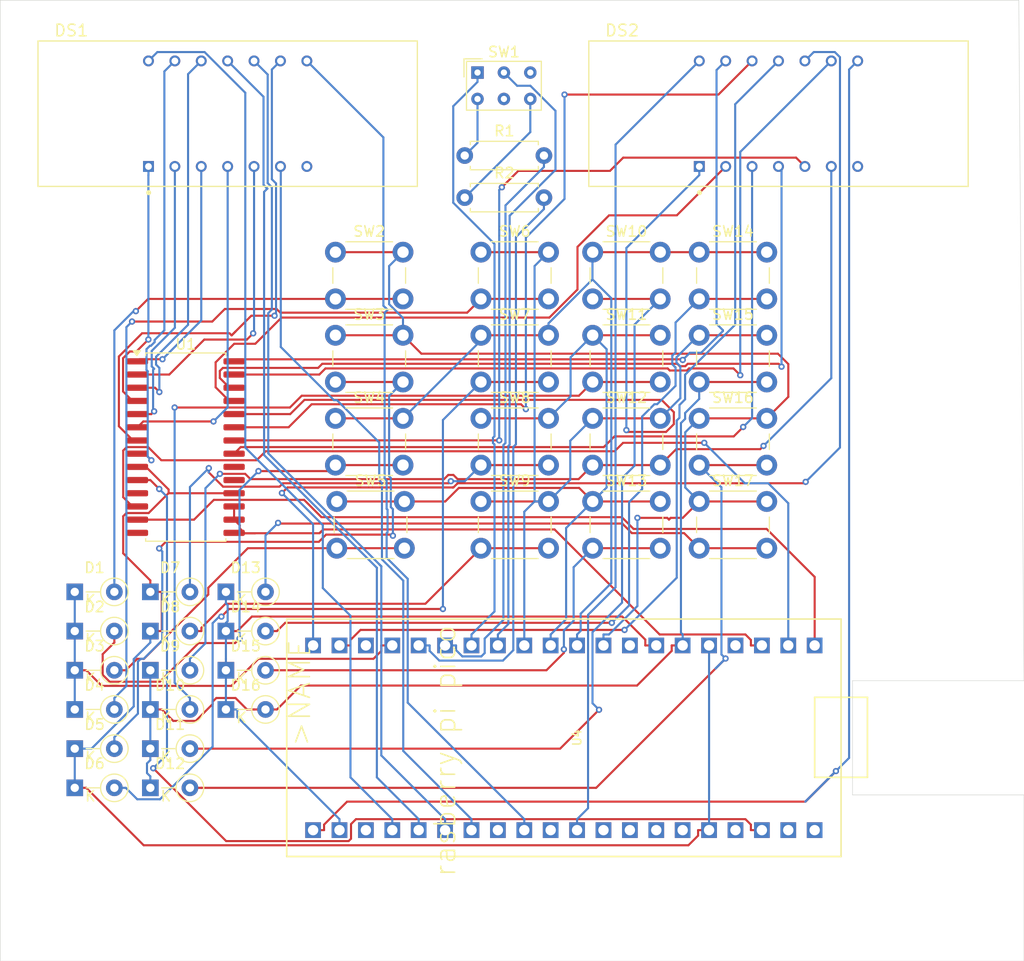
<source format=kicad_pcb>
(kicad_pcb (version 20240108) (generator "pcbnew") (generator_version "8.0")
  (layers (0 "F.Cu" signal) (31 "B.Cu" signal) (34 "B.Paste" user) (35 "F.Paste" user) (36 "B.SilkS" user "B.Silkscreen") (37 "F.SilkS" user "F.Silkscreen") (38 "B.Mask" user) (39 "F.Mask" user) (44 "Edge.Cuts" user))
  (net 0 "")
  (net 1 "ro1")
  (net 2 "Net-(D1-A)")
  (net 3 "Net-(D2-A)")
  (net 4 "Net-(D3-A)")
  (net 5 "Net-(D4-A)")
  (net 6 "Net-(D5-A)")
  (net 7 "ro2")
  (net 8 "Net-(D6-A)")
  (net 9 "Net-(D7-A)")
  (net 10 "Net-(D8-A)")
  (net 11 "Net-(D9-A)")
  (net 12 "ro3")
  (net 13 "Net-(D10-A)")
  (net 14 "Net-(D11-A)")
  (net 15 "Net-(D12-A)")
  (net 16 "Net-(D13-A)")
  (net 17 "ro4")
  (net 18 "Net-(D14-A)")
  (net 19 "Net-(D15-A)")
  (net 20 "Net-(DS1-Pad8)")
  (net 21 "Net-(U1-GPB0)")
  (net 22 "Net-(U1-GPB3)")
  (net 23 "Net-(U1-GPB7)")
  (net 24 "Net-(DS1-Pad11)")
  (net 25 "Net-(U1-GPB2)")
  (net 26 "Net-(U1-GPB1)")
  (net 27 "Net-(U1-GPB4)")
  (net 28 "Net-(DS1-Pad6)")
  (net 29 "Net-(DS1-Pad10)")
  (net 30 "Net-(U1-GPB6)")
  (net 31 "Net-(DS1-Pad14)")
  (net 32 "Net-(U1-GPB5)")
  (net 33 "Net-(U1-GPA7)")
  (net 34 "Net-(U1-GPA0)")
  (net 35 "Net-(DS2-Pad14)")
  (net 36 "Net-(U1-GPA3)")
  (net 37 "Net-(DS2-Pad10)")
  (net 38 "Net-(U1-GPA6)")
  (net 39 "Net-(U1-GPA4)")
  (net 40 "Net-(U1-GPA1)")
  (net 41 "Net-(U1-GPA5)")
  (net 42 "Net-(DS2-Pad11)")
  (net 43 "Net-(U1-GPA2)")
  (net 44 "Net-(DS2-Pad8)")
  (net 45 "one")
  (net 46 "Net-(SW1-KR)")
  (net 47 "Net-(SW1-KG)")
  (net 48 "two")
  (net 50 "eee")
  (net 52 "meow")
  (net 53 "col1")
  (net 54 "col2")
  (net 55 "col3")
  (net 56 "col4")
  (net 58 "Net-(U1-SDA)")
  (net 60 "Net-(U1-A0)")
  (net 63 "Net-(U1-SCK)")
  (net 64 "Net-(U1-VSS)")
  (footprint "Diode_THT:D_DO-35_SOD27_P3.81mm_Vertical_KathodeUp" (layer "F.Cu") (at 58.1679 90.0455)
    (property "Reference" "D5")
    (property "Value" "D")
  )
  (footprint "Diode_THT:D_DO-35_SOD27_P3.81mm_Vertical_KathodeUp" (layer "F.Cu") (at 58.1679 86.2727)
    (property "Reference" "D4")
    (property "Value" "D")
  )
  (footprint "Resistor_THT:R_Axial_DIN0207_L6.3mm_D2.5mm_P7.62mm_Horizontal" (layer "F.Cu") (at 95.69 32.95)
    (property "Reference" "R1")
    (property "Value" "R")
  )
  (footprint "Button_Switch_THT:SW_PUSH_6mm" (layer "F.Cu") (at 108 58.25)
    (property "Reference" "SW12")
    (property "Value" "SW_Push")
  )
  (footprint "Button_Switch_THT:SW_PUSH_6mm" (layer "F.Cu") (at 118.25 42.25)
    (property "Reference" "SW14")
    (property "Value" "SW_Push")
  )
  (footprint "Diode_THT:D_DO-35_SOD27_P3.81mm_Vertical_KathodeUp" (layer "F.Cu") (at 58.1679 78.7273)
    (property "Reference" "D2")
    (property "Value" "D")
  )
  (footprint "Package_SO:SOIC-28W_7.5x17.9mm_P1.27mm" (layer "F.Cu") (at 68.85 61.015)
    (property "Reference" "U1")
    (property "Value" "MCP23017_SO")
  )
  (footprint "Diode_THT:D_DO-35_SOD27_P3.81mm_Vertical_KathodeUp" (layer "F.Cu") (at 65.4393 93.8182)
    (property "Reference" "D12")
    (property "Value" "D")
  )
  (footprint "Button_Switch_THT:SW_PUSH_6mm" (layer "F.Cu") (at 83.25 58.25)
    (property "Reference" "SW4")
    (property "Value" "SW_Push")
  )
  (footprint "Diode_THT:D_DO-35_SOD27_P3.81mm_Vertical_KathodeUp" (layer "F.Cu") (at 72.7107 82.5)
    (property "Reference" "D15")
    (property "Value" "D")
  )
  (footprint "USE_THIS_ONE:RASPBERRY_PI_PICO" (layer "F.Cu") (at 106.5 89 -90)
    (property "Reference" "U4")
    (property "Value" "RASPBERRY_PI_PICO")
  )
  (footprint "Button_Switch_THT:SW_PUSH_6mm" (layer "F.Cu") (at 118.25 58.25)
    (property "Reference" "SW16")
    (property "Value" "SW_Push")
  )
  (footprint "Diode_THT:D_DO-35_SOD27_P3.81mm_Vertical_KathodeUp" (layer "F.Cu") (at 65.4393 74.9545)
    (property "Reference" "D7")
    (property "Value" "D")
  )
  (footprint "Button_Switch_THT:SW_PUSH_6mm" (layer "F.Cu") (at 97.25 42.25)
    (property "Reference" "SW6")
    (property "Value" "SW_Push")
  )
  (footprint "Button_Switch_THT:SW_NKK_GW12LJP" (layer "F.Cu") (at 96.92 24.96)
    (property "Reference" "SW1")
    (property "Value" "SW_NKK_GW12LJPCF")
  )
  (footprint "Diode_THT:D_DO-35_SOD27_P3.81mm_Vertical_KathodeUp" (layer "F.Cu") (at 58.1679 82.5)
    (property "Reference" "D3")
    (property "Value" "D")
  )
  (footprint "Diode_THT:D_DO-35_SOD27_P3.81mm_Vertical_KathodeUp" (layer "F.Cu") (at 72.7107 86.2727)
    (property "Reference" "D16")
    (property "Value" "D")
  )
  (footprint "Button_Switch_THT:SW_PUSH_6mm" (layer "F.Cu") (at 97.25 50.25)
    (property "Reference" "SW7")
    (property "Value" "SW_Push")
  )
  (footprint "Button_Switch_THT:SW_PUSH_6mm" (layer "F.Cu") (at 83.25 50.25)
    (property "Reference" "SW3")
    (property "Value" "SW_Push")
  )
  (footprint "Diode_THT:D_DO-35_SOD27_P3.81mm_Vertical_KathodeUp" (layer "F.Cu") (at 72.7107 78.7273)
    (property "Reference" "D14")
    (property "Value" "D")
  )
  (footprint "Button_Switch_THT:SW_PUSH_6mm" (layer "F.Cu") (at 83.38 66.25)
    (property "Reference" "SW5")
    (property "Value" "SW_Push")
  )
  (footprint "Button_Switch_THT:SW_PUSH_6mm" (layer "F.Cu") (at 108 42.25)
    (property "Reference" "SW10")
    (property "Value" "SW_Push")
  )
  (footprint "Diode_THT:D_DO-35_SOD27_P3.81mm_Vertical_KathodeUp" (layer "F.Cu") (at 58.1679 74.9545)
    (property "Reference" "D1")
    (property "Value" "D")
  )
  (footprint "Button_Switch_THT:SW_PUSH_6mm" (layer "F.Cu") (at 118.25 50.25)
    (property "Reference" "SW15")
    (property "Value" "SW_Push")
  )
  (footprint "Diode_THT:D_DO-35_SOD27_P3.81mm_Vertical_KathodeUp" (layer "F.Cu") (at 65.4393 90.0455)
    (property "Reference" "D11")
    (property "Value" "D")
  )
  (footprint "Diode_THT:D_DO-35_SOD27_P3.81mm_Vertical_KathodeUp" (layer "F.Cu") (at 65.4393 86.2727)
    (property "Reference" "D10")
    (property "Value" "D")
  )
  (footprint "Button_Switch_THT:SW_PUSH_6mm" (layer "F.Cu") (at 97.25 58.25)
    (property "Reference" "SW8")
    (property "Value" "SW_Push")
  )
  (footprint "Button_Switch_THT:SW_PUSH_6mm" (layer "F.Cu") (at 118.25 66.25)
    (property "Reference" "SW17")
    (property "Value" "SW_Push")
  )
  (footprint "SCREEN1:DISPLAY_KYX3561AS" (layer "F.Cu") (at 125.88 28.92)
    (property "Reference" "DS2")
    (property "Value" "KYX3561AS")
  )
  (footprint "SCREEN1:DISPLAY_KYX3561AS" (layer "F.Cu") (at 72.88 28.92)
    (property "Reference" "DS1")
    (property "Value" "KYX3561AS")
  )
  (footprint "Diode_THT:D_DO-35_SOD27_P3.81mm_Vertical_KathodeUp" (layer "F.Cu") (at 58.1679 93.8182)
    (property "Reference" "D6")
    (property "Value" "D")
  )
  (footprint "Diode_THT:D_DO-35_SOD27_P3.81mm_Vertical_KathodeUp" (layer "F.Cu") (at 65.4393 82.5)
    (property "Reference" "D9")
    (property "Value" "D")
  )
  (footprint "Resistor_THT:R_Axial_DIN0207_L6.3mm_D2.5mm_P7.62mm_Horizontal" (layer "F.Cu") (at 95.69 37)
    (property "Reference" "R2")
    (property "Value" "R")
  )
  (footprint "Button_Switch_THT:SW_PUSH_6mm" (layer "F.Cu") (at 108 50.25)
    (property "Reference" "SW11")
    (property "Value" "SW_Push")
  )
  (footprint "Diode_THT:D_DO-35_SOD27_P3.81mm_Vertical_KathodeUp" (layer "F.Cu") (at 65.4393 78.7273)
    (property "Reference" "D8")
    (property "Value" "D")
  )
  (footprint "Button_Switch_THT:SW_PUSH_6mm" (layer "F.Cu") (at 108 66.25)
    (property "Reference" "SW13")
    (property "Value" "SW_Push")
  )
  (footprint "Diode_THT:D_DO-35_SOD27_P3.81mm_Vertical_KathodeUp" (layer "F.Cu") (at 72.7107 74.9545)
    (property "Reference" "D13")
    (property "Value" "D")
  )
  (footprint "Button_Switch_THT:SW_PUSH_6mm" (layer "F.Cu") (at 97.25 66.25)
    (property "Reference" "SW9")
    (property "Value" "SW_Push")
  )
  (footprint "Button_Switch_THT:SW_PUSH_6mm" (layer "F.Cu") (at 83.25 42.25)
    (property "Reference" "SW2")
    (property "Value" "SW_Push")
  )
  (gr_line (start 149.5 110.5) (end 149.5 94.5) (stroke (width 0.05)) (layer "Edge.Cuts"))
  (gr_line (start 51 20.5) (end 51 110.5) (stroke (width 0.05)) (layer "Edge.Cuts"))
  (gr_line (start 51 18) (end 51 20.5) (stroke (width 0.05)) (layer "Edge.Cuts"))
  (gr_line (start 149.5 83.5) (end 149 18) (stroke (width 0.05)) (layer "Edge.Cuts"))
  (gr_line (start 149 18) (end 51 18) (stroke (width 0.05)) (layer "Edge.Cuts"))
  (gr_line (start 133 94.5) (end 133 83.5) (stroke (width 0.05)) (layer "Edge.Cuts"))
  (gr_line (start 133 83.5) (end 149.5 83.5) (stroke (width 0.05)) (layer "Edge.Cuts"))
  (gr_line (start 51 110.5) (end 149.5 110.5) (stroke (width 0.05)) (layer "Edge.Cuts"))
  (gr_line (start 149.5 94.5) (end 133 94.5) (stroke (width 0.05)) (layer "Edge.Cuts"))
  (segment (start 58.1679 82.5) (end 59.2696 82.5) (width 0.2) (layer "F.Cu") (net 1))
  (segment (start 59.2696 82.5) (end 60.773 84.0034) (width 0.2) (layer "F.Cu") (net 1))
  (segment (start 75.839 81.3983) (end 86.9039 81.3983) (width 0.2) (layer "F.Cu") (net 1))
  (segment (start 73.234 84.0034) (end 75.839 81.3984) (width 0.2) (layer "F.Cu") (net 1))
  (segment (start 75.839 81.3984) (end 75.839 81.3983) (width 0.2) (layer "F.Cu") (net 1))
  (segment (start 88.72 80.11) (end 87.6643 80.11) (width 0.2) (layer "F.Cu") (net 1))
  (segment (start 87.6643 80.6379) (end 87.6643 80.11) (width 0.2) (layer "F.Cu") (net 1))
  (segment (start 86.9039 81.3983) (end 87.6643 80.6379) (width 0.2) (layer "F.Cu") (net 1))
  (segment (start 60.773 84.0034) (end 73.234 84.0034) (width 0.2) (layer "F.Cu") (net 1))
  (segment (start 58.1679 82.5) (end 58.1679 78.7273) (width 0.2) (layer "B.Cu") (net 1))
  (segment (start 58.1679 74.9545) (end 58.1679 78.7273) (width 0.2) (layer "B.Cu") (net 1))
  (segment (start 58.1679 86.2727) (end 58.1679 82.5) (width 0.2) (layer "B.Cu") (net 1))
  (segment (start 89.75 46.75) (end 83.25 46.75) (width 0.2) (layer "F.Cu") (net 2))
  (segment (start 64.0453 47.9282) (end 65.2235 46.75) (width 0.2) (layer "F.Cu") (net 2))
  (segment (start 65.2235 46.75) (end 83.25 46.75) (width 0.2) (layer "F.Cu") (net 2))
  (via (at 64.0453 47.9282) (size 0.6) (drill 0.3) (layers "F.Cu" "B.Cu") (net 2))
  (segment (start 63.8302 47.9282) (end 61.9779 49.7805) (width 0.2) (layer "B.Cu") (net 2))
  (segment (start 61.9779 49.7805) (end 61.9779 73.8528) (width 0.2) (layer "B.Cu") (net 2))
  (segment (start 64.0453 47.9282) (end 63.8302 47.9282) (width 0.2) (layer "B.Cu") (net 2))
  (segment (start 61.9779 74.9545) (end 61.9779 73.8528) (width 0.2) (layer "B.Cu") (net 2))
  (segment (start 73.5985 79.8812) (end 74.0206 79.4591) (width 0.2) (layer "F.Cu") (net 3))
  (segment (start 61.9779 79.829) (end 60.8545 80.9524) (width 0.2) (layer "F.Cu") (net 3))
  (segment (start 82.6725 63.3275) (end 83.25 62.75) (width 0.2) (layer "F.Cu") (net 3))
  (segment (start 60.8545 82.9347) (end 61.5215 83.6017) (width 0.2) (layer "F.Cu") (net 3))
  (segment (start 66.3643 83.6017) (end 70.0848 79.8812) (width 0.2) (layer "F.Cu") (net 3))
  (segment (start 61.9779 78.7273) (end 61.9779 79.829) (width 0.2) (layer "F.Cu") (net 3))
  (segment (start 61.5215 83.6017) (end 66.3643 83.6017) (width 0.2) (layer "F.Cu") (net 3))
  (segment (start 60.8545 80.9524) (end 60.8545 82.9347) (width 0.2) (layer "F.Cu") (net 3))
  (segment (start 70.0848 79.8812) (end 73.5985 79.8812) (width 0.2) (layer "F.Cu") (net 3))
  (segment (start 89.75 62.75) (end 83.25 62.75) (width 0.2) (layer "F.Cu") (net 3))
  (segment (start 75.8438 63.3275) (end 82.6725 63.3275) (width 0.2) (layer "F.Cu") (net 3))
  (via (at 75.8438 63.3275) (size 0.6) (drill 0.3) (layers "F.Cu" "B.Cu") (net 3))
  (via (at 74.0206 79.4591) (size 0.6) (drill 0.3) (layers "F.Cu" "B.Cu") (net 3))
  (segment (start 75.8438 63.3275) (end 74.0206 65.1507) (width 0.2) (layer "B.Cu") (net 3))
  (segment (start 74.0206 65.1507) (end 74.0206 79.4591) (width 0.2) (layer "B.Cu") (net 3))
  (segment (start 71.0136 74.558) (end 74.8216 70.75) (width 0.2) (layer "F.Cu") (net 4))
  (segment (start 61.9779 82.5) (end 63.0796 82.5) (width 0.2) (layer "F.Cu") (net 4))
  (segment (start 71.0136 75.2109) (end 71.0136 74.558) (width 0.2) (layer "F.Cu") (net 4))
  (segment (start 64.8262 81.3983) (end 71.0136 75.2109) (width 0.2) (layer "F.Cu") (net 4))
  (segment (start 83.38 70.75) (end 89.88 70.75) (width 0.2) (layer "F.Cu") (net 4))
  (segment (start 63.0796 82.5) (end 64.1813 81.3983) (width 0.2) (layer "F.Cu") (net 4))
  (segment (start 64.1813 81.3983) (end 64.8262 81.3983) (width 0.2) (layer "F.Cu") (net 4))
  (segment (start 74.8216 70.75) (end 83.38 70.75) (width 0.2) (layer "F.Cu") (net 4))
  (segment (start 97.25 46.75) (end 95.9263 48.0737) (width 0.2) (layer "F.Cu") (net 5))
  (segment (start 103.75 46.75) (end 97.25 46.75) (width 0.2) (layer "F.Cu") (net 5))
  (segment (start 72.6075 47.7222) (end 71.3998 48.9299) (width 0.2) (layer "F.Cu") (net 5))
  (segment (start 71.3998 48.9299) (end 63.6793 48.9299) (width 0.2) (layer "F.Cu") (net 5))
  (segment (start 77.9465 48.0737) (end 77.595 47.7222) (width 0.2) (layer "F.Cu") (net 5))
  (segment (start 95.9263 48.0737) (end 77.9465 48.0737) (width 0.2) (layer "F.Cu") (net 5))
  (segment (start 77.595 47.7222) (end 72.6075 47.7222) (width 0.2) (layer "F.Cu") (net 5))
  (via (at 63.6793 48.9299) (size 0.6) (drill 0.3) (layers "F.Cu" "B.Cu") (net 5))
  (segment (start 63.6793 48.9299) (end 63.1364 49.4728) (width 0.2) (layer "B.Cu") (net 5))
  (segment (start 63.1364 49.4728) (end 63.1364 84.0125) (width 0.2) (layer "B.Cu") (net 5))
  (segment (start 61.9779 86.2727) (end 61.9779 85.171) (width 0.2) (layer "B.Cu") (net 5))
  (segment (start 63.1364 84.0125) (end 61.9779 85.171) (width 0.2) (layer "B.Cu") (net 5))
  (segment (start 82.3519 69.4402) (end 88.6707 69.4402) (width 0.2) (layer "F.Cu") (net 6))
  (segment (start 89.75 54.75) (end 83.25 54.75) (width 0.2) (layer "F.Cu") (net 6))
  (segment (start 66.2945 70.7702) (end 66.9299 70.1348) (width 0.2) (layer "F.Cu") (net 6))
  (segment (start 81.6573 70.1348) (end 82.3519 69.4402) (width 0.2) (layer "F.Cu") (net 6))
  (segment (start 88.6707 69.4402) (end 88.7777 69.5472) (width 0.2) (layer "F.Cu") (net 6))
  (segment (start 66.9299 70.1348) (end 81.6573 70.1348) (width 0.2) (layer "F.Cu") (net 6))
  (via (at 66.2945 70.7702) (size 0.6) (drill 0.3) (layers "F.Cu" "B.Cu") (net 6))
  (via (at 88.7777 69.5472) (size 0.6) (drill 0.3) (layers "F.Cu" "B.Cu") (net 6))
  (segment (start 88.7777 69.5472) (end 88.7777 66.9886) (width 0.2) (layer "B.Cu") (net 6))
  (segment (start 66.5887 79.609) (end 66.5887 71.0644) (width 0.2) (layer "B.Cu") (net 6))
  (segment (start 64.5143 81.3983) (end 64.7994 81.3983) (width 0.2) (layer "B.Cu") (net 6))
  (segment (start 88.4148 63.8278) (end 88.4148 56.0852) (width 0.2) (layer "B.Cu") (net 6))
  (segment (start 64.2452 81.6674) (end 64.5143 81.3983) (width 0.2) (layer "B.Cu") (net 6))
  (segment (start 88.4148 56.0852) (end 89.75 54.75) (width 0.2) (layer "B.Cu") (net 6))
  (segment (start 66.5887 71.0644) (end 66.2945 70.7702) (width 0.2) (layer "B.Cu") (net 6))
  (segment (start 88.7777 66.9886) (end 88.5783 66.7892) (width 0.2) (layer "B.Cu") (net 6))
  (segment (start 61.9779 88.9438) (end 64.2452 86.6765) (width 0.2) (layer "B.Cu") (net 6))
  (segment (start 61.9779 90.0455) (end 61.9779 88.9438) (width 0.2) (layer "B.Cu") (net 6))
  (segment (start 88.5783 66.7892) (end 88.5783 63.9913) (width 0.2) (layer "B.Cu") (net 6))
  (segment (start 64.2452 86.6765) (end 64.2452 81.6674) (width 0.2) (layer "B.Cu") (net 6))
  (segment (start 64.7994 81.3983) (end 66.5887 79.609) (width 0.2) (layer "B.Cu") (net 6))
  (segment (start 88.5783 63.9913) (end 88.4148 63.8278) (width 0.2) (layer "B.Cu") (net 6))
  (segment (start 59.2696 93.8182) (end 64.7988 99.3474) (width 0.2) (layer "F.Cu") (net 7))
  (segment (start 67.1987 65.445) (end 65.2787 67.365) (width 0.2) (layer "F.Cu") (net 7))
  (segment (start 66.541 74.9545) (end 66.541 78.7273) (width 0.2) (layer "F.Cu") (net 7))
  (segment (start 119.2 97.89) (end 118.1443 97.89) (width 0.2) (layer "F.Cu") (net 7))
  (segment (start 73.5 65.46) (end 67.2137 65.46) (width 0.2) (layer "F.Cu") (net 7))
  (segment (start 65.4393 74.9545) (end 66.541 74.9545) (width 0.2) (layer "F.Cu") (net 7))
  (segment (start 67.2137 65.46) (end 67.1987 65.445) (width 0.2) (layer "F.Cu") (net 7))
  (segment (start 65.4393 74.9545) (end 65.4393 73.8528) (width 0.2) (layer "F.Cu") (net 7))
  (segment (start 65.4393 78.7273) (end 66.541 78.7273) (width 0.2) (layer "F.Cu") (net 7))
  (segment (start 67.1987 65.0998) (end 65.0189 62.92) (width 0.2) (layer "F.Cu") (net 7))
  (segment (start 58.1679 93.8182) (end 59.2696 93.8182) (width 0.2) (layer "F.Cu") (net 7))
  (segment (start 64.7988 99.3474) (end 117.2148 99.3474) (width 0.2) (layer "F.Cu") (net 7))
  (segment (start 117.2148 99.3474) (end 118.1443 98.4179) (width 0.2) (layer "F.Cu") (net 7))
  (segment (start 118.1443 98.4179) (end 118.1443 97.89) (width 0.2) (layer "F.Cu") (net 7))
  (segment (start 65.2787 67.365) (end 63.1339 67.365) (width 0.2) (layer "F.Cu") (net 7))
  (segment (start 62.8297 71.2432) (end 65.4393 73.8528) (width 0.2) (layer "F.Cu") (net 7))
  (segment (start 65.0189 62.92) (end 64.2 62.92) (width 0.2) (layer "F.Cu") (net 7))
  (segment (start 67.1987 65.445) (end 67.1987 65.0998) (width 0.2) (layer "F.Cu") (net 7))
  (segment (start 63.1339 67.365) (end 62.8297 67.6692) (width 0.2) (layer "F.Cu") (net 7))
  (segment (start 62.8297 67.6692) (end 62.8297 71.2432) (width 0.2) (layer "F.Cu") (net 7))
  (segment (start 63.8435 81.4248) (end 63.8435 85.9791) (width 0.2) (layer "B.Cu") (net 7))
  (segment (start 119.2 80.11) (end 119.2 97.89) (width 0.2) (layer "B.Cu") (net 7))
  (segment (start 63.8435 85.9791) (end 59.7771 90.0455) (width 0.2) (layer "B.Cu") (net 7))
  (segment (start 65.4393 79.829) (end 63.8435 81.4248) (width 0.2) (layer "B.Cu") (net 7))
  (segment (start 59.7771 90.0455) (end 58.1679 90.0455) (width 0.2) (layer "B.Cu") (net 7))
  (segment (start 58.1679 93.8182) (end 58.1679 90.0455) (width 0.2) (layer "B.Cu") (net 7))
  (segment (start 65.4393 78.7273) (end 65.4393 79.829) (width 0.2) (layer "B.Cu") (net 7))
  (segment (start 73.014 76.6005) (end 93.5914 76.6005) (width 0.2) (layer "F.Cu") (net 8))
  (segment (start 103.75 54.75) (end 97.25 54.75) (width 0.2) (layer "F.Cu") (net 8))
  (segment (start 72.2777 77.3368) (end 73.014 76.6005) (width 0.2) (layer "F.Cu") (net 8))
  (via (at 72.2777 77.3368) (size 0.6) (drill 0.3) (layers "F.Cu" "B.Cu") (net 8))
  (via (at 93.5914 76.6005) (size 0.6) (drill 0.3) (layers "F.Cu" "B.Cu") (net 8))
  (segment (start 72.0666 77.3368) (end 72.2777 77.3368) (width 0.2) (layer "B.Cu") (net 8))
  (segment (start 93.5914 58.4086) (end 97.25 54.75) (width 0.2) (layer "B.Cu") (net 8))
  (segment (start 61.9779 93.8182) (end 63.0796 93.8182) (width 0.2) (layer "B.Cu") (net 8))
  (segment (start 71.4339 89.8503) (end 71.4339 77.9695) (width 0.2) (layer "B.Cu") (net 8))
  (segment (start 71.4339 77.9695) (end 72.0666 77.3368) (width 0.2) (layer "B.Cu") (net 8))
  (segment (start 63.0796 93.8182) (end 64.1813 94.9199) (width 0.2) (layer "B.Cu") (net 8))
  (segment (start 93.5914 76.6005) (end 93.5914 58.4086) (width 0.2) (layer "B.Cu") (net 8))
  (segment (start 66.3643 94.9199) (end 71.4339 89.8503) (width 0.2) (layer "B.Cu") (net 8))
  (segment (start 64.1813 94.9199) (end 66.3643 94.9199) (width 0.2) (layer "B.Cu") (net 8))
  (segment (start 71.0646 63.4538) (end 71.0646 63.043) (width 0.2) (layer "F.Cu") (net 9))
  (segment (start 71.0646 63.4538) (end 71.0646 63.043) (width 0.2) (layer "F.Cu") (net 9))
  (segment (start 94.1514 64.5001) (end 78.1916 64.5001) (width 0.2) (layer "F.Cu") (net 9))
  (segment (start 103.75 62.75) (end 97.25 62.75) (width 0.2) (layer "F.Cu") (net 9))
  (segment (start 71.0646 63.043) (end 71.0646 63.4538) (width 0.2) (layer "F.Cu") (net 9))
  (segment (start 94.3523 64.2992) (end 94.1514 64.5001) (width 0.2) (layer "F.Cu") (net 9))
  (segment (start 77.8667 64.825) (end 72.4358 64.825) (width 0.2) (layer "F.Cu") (net 9))
  (segment (start 72.4358 64.825) (end 71.0646 63.4538) (width 0.2) (layer "F.Cu") (net 9))
  (segment (start 78.1916 64.5001) (end 77.8667 64.825) (width 0.2) (layer "F.Cu") (net 9))
  (via (at 94.3523 64.2992) (size 0.6) (drill 0.3) (layers "F.Cu" "B.Cu") (net 9))
  (via (at 71.0646 63.043) (size 0.6) (drill 0.3) (layers "F.Cu" "B.Cu") (net 9))
  (segment (start 71.0646 63.4538) (end 71.0646 63.043) (width 0.2) (layer "B.Cu") (net 9))
  (segment (start 71.0646 63.043) (end 69.2493 64.8583) (width 0.2) (layer "B.Cu") (net 9))
  (segment (start 69.2493 64.8583) (end 69.2493 73.8528) (width 0.2) (layer "B.Cu") (net 9))
  (segment (start 95.7008 64.2992) (end 94.3523 64.2992) (width 0.2) (layer "B.Cu") (net 9))
  (segment (start 71.0646 63.043) (end 71.0646 63.4538) (width 0.2) (layer "B.Cu") (net 9))
  (segment (start 69.2493 74.9545) (end 69.2493 73.8528) (width 0.2) (layer "B.Cu") (net 9))
  (segment (start 97.25 62.75) (end 95.7008 64.2992) (width 0.2) (layer "B.Cu") (net 9))
  (segment (start 103.75 70.75) (end 97.25 70.75) (width 0.2) (layer "F.Cu") (net 10))
  (segment (start 72.6655 76.0982) (end 70.351 78.4127) (width 0.2) (layer "F.Cu") (net 10))
  (segment (start 97.25 70.75) (end 91.9018 76.0982) (width 0.2) (layer "F.Cu") (net 10))
  (segment (start 70.351 78.4127) (end 70.351 78.7273) (width 0.2) (layer "F.Cu") (net 10))
  (segment (start 91.9018 76.0982) (end 72.6655 76.0982) (width 0.2) (layer "F.Cu") (net 10))
  (segment (start 69.2493 78.7273) (end 70.351 78.7273) (width 0.2) (layer "F.Cu") (net 10))
  (segment (start 108 62.75) (end 114.5 62.75) (width 0.2) (layer "F.Cu") (net 11))
  (segment (start 94.1032 63.6975) (end 93.7025 64.0982) (width 0.2) (layer "F.Cu") (net 11))
  (segment (start 75.0729 64.0982) (end 74.5624 63.5877) (width 0.2) (layer "F.Cu") (net 11))
  (segment (start 94.6015 63.6975) (end 94.1032 63.6975) (width 0.2) (layer "F.Cu") (net 11))
  (segment (start 116.0341 61.2159) (end 124.1231 61.2159) (width 0.2) (layer "F.Cu") (net 11))
  (segment (start 95.0023 64.0983) (end 94.6015 63.6975) (width 0.2) (layer "F.Cu") (net 11))
  (segment (start 108 62.75) (end 106.6517 64.0983) (width 0.2) (layer "F.Cu") (net 11))
  (segment (start 124.1231 61.2159) (end 124.4391 60.8999) (width 0.2) (layer "F.Cu") (net 11))
  (segment (start 114.5 62.75) (end 116.0341 61.2159) (width 0.2) (layer "F.Cu") (net 11))
  (segment (start 106.6517 64.0983) (end 95.0023 64.0983) (width 0.2) (layer "F.Cu") (net 11))
  (segment (start 93.7025 64.0982) (end 75.0729 64.0982) (width 0.2) (layer "F.Cu") (net 11))
  (segment (start 74.5624 63.5877) (end 72.1321 63.5877) (width 0.2) (layer "F.Cu") (net 11))
  (via (at 124.4391 60.8999) (size 0.6) (drill 0.3) (layers "F.Cu" "B.Cu") (net 11))
  (via (at 72.1321 63.5877) (size 0.6) (drill 0.3) (layers "F.Cu" "B.Cu") (net 11))
  (segment (start 130.96 54.379) (end 130.96 34) (width 0.2) (layer "B.Cu") (net 11))
  (segment (start 72.1321 63.5877) (end 70.7419 64.9779) (width 0.2) (layer "B.Cu") (net 11))
  (segment (start 70.7419 79.9057) (end 69.2493 81.3983) (width 0.2) (layer "B.Cu") (net 11))
  (segment (start 124.4391 60.8999) (end 130.96 54.379) (width 0.2) (layer "B.Cu") (net 11))
  (segment (start 69.2493 82.5) (end 69.2493 81.3983) (width 0.2) (layer "B.Cu") (net 11))
  (segment (start 70.7419 64.9779) (end 70.7419 79.9057) (width 0.2) (layer "B.Cu") (net 11))
  (segment (start 118.25 54.75) (end 124.75 54.75) (width 0.2) (layer "F.Cu") (net 12))
  (segment (start 74.7373 86.2726) (end 73.6357 85.171) (width 0.2) (layer "F.Cu") (net 12))
  (segment (start 75.419 86.2727) (end 74.7373 86.2727) (width 0.2) (layer "F.Cu") (net 12))
  (segment (start 76.5207 86.2727) (end 77.6224 86.2727) (width 0.2) (layer "F.Cu") (net 12))
  (segment (start 116.66 80.11) (end 115.6043 80.11) (width 0.2) (layer "F.Cu") (net 12))
  (segment (start 112.2707 83.9714) (end 79.9237 83.9714) (width 0.2) (layer "F.Cu") (net 12))
  (segment (start 76.5207 86.2727) (end 75.419 86.2727) (width 0.2) (layer "F.Cu") (net 12))
  (segment (start 69.8141 87.3744) (end 67.6427 87.3744) (width 0.2) (layer "F.Cu") (net 12))
  (segment (start 67.6427 87.3744) (end 66.541 86.2727) (width 0.2) (layer "F.Cu") (net 12))
  (segment (start 73.6357 85.171) (end 71.7857 85.171) (width 0.2) (layer "F.Cu") (net 12))
  (segment (start 71.4356 85.5211) (end 71.4356 85.7529) (width 0.2) (layer "F.Cu") (net 12))
  (segment (start 65.4393 86.2727) (end 66.541 86.2727) (width 0.2) (layer "F.Cu") (net 12))
  (segment (start 71.4356 85.7529) (end 69.8141 87.3744) (width 0.2) (layer "F.Cu") (net 12))
  (segment (start 115.6043 80.11) (end 115.6043 80.6378) (width 0.2) (layer "F.Cu") (net 12))
  (segment (start 74.7373 86.2727) (end 74.7373 86.2726) (width 0.2) (layer "F.Cu") (net 12))
  (segment (start 79.9237 83.9714) (end 77.6224 86.2727) (width 0.2) (layer "F.Cu") (net 12))
  (segment (start 115.6043 80.6378) (end 112.2707 83.9714) (width 0.2) (layer "F.Cu") (net 12))
  (segment (start 71.7857 85.171) (end 71.4356 85.5211) (width 0.2) (layer "F.Cu") (net 12))
  (segment (start 116.8955 58.3004) (end 116.8955 57.7324) (width 0.2) (layer "B.Cu") (net 12))
  (segment (start 116.66 79.0543) (end 116.4938 78.8881) (width 0.2) (layer "B.Cu") (net 12))
  (segment (start 116.66 80.11) (end 116.66 79.0543) (width 0.2) (layer "B.Cu") (net 12))
  (segment (start 65.1181 92.3953) (end 65.4393 92.7165) (width 0.2) (layer "B.Cu") (net 12))
  (segment (start 116.4938 78.8881) (end 116.4938 58.7021) (width 0.2) (layer "B.Cu") (net 12))
  (segment (start 65.4393 91.1472) (end 65.1181 91.4684) (width 0.2) (layer "B.Cu") (net 12))
  (segment (start 118.25 56.3779) (end 118.25 54.75) (width 0.2) (layer "B.Cu") (net 12))
  (segment (start 65.4393 90.0455) (end 65.4393 91.1472) (width 0.2) (layer "B.Cu") (net 12))
  (segment (start 116.4938 58.7021) (end 116.8955 58.3004) (width 0.2) (layer "B.Cu") (net 12))
  (segment (start 65.1181 91.4684) (end 65.1181 92.3953) (width 0.2) (layer "B.Cu") (net 12))
  (segment (start 65.4393 82.5) (end 65.4393 86.2727) (width 0.2) (layer "B.Cu") (net 12))
  (segment (start 65.4393 93.8182) (end 65.4393 92.7165) (width 0.2) (layer "B.Cu") (net 12))
  (segment (start 65.4393 86.2727) (end 65.4393 90.0455) (width 0.2) (layer "B.Cu") (net 12))
  (segment (start 116.8955 57.7324) (end 118.25 56.3779) (width 0.2) (layer "B.Cu") (net 12))
  (segment (start 78.8684 57.205) (end 67.7772 57.205) (width 0.2) (layer "F.Cu") (net 13))
  (segment (start 114.5 54.75) (end 108 54.75) (width 0.2) (layer "F.Cu") (net 13))
  (segment (start 108 54.75) (end 106.6832 56.0668) (width 0.2) (layer "F.Cu") (net 13))
  (segment (start 106.6832 56.0668) (end 80.0066 56.0668) (width 0.2) (layer "F.Cu") (net 13))
  (segment (start 80.0066 56.0668) (end 78.8684 57.205) (width 0.2) (layer "F.Cu") (net 13))
  (via (at 67.7772 57.205) (size 0.6) (drill 0.3) (layers "F.Cu" "B.Cu") (net 13))
  (segment (start 67.7772 83.6989) (end 69.2493 85.171) (width 0.2) (layer "B.Cu") (net 13))
  (segment (start 69.2493 86.2727) (end 69.2493 85.171) (width 0.2) (layer "B.Cu") (net 13))
  (segment (start 67.7772 57.205) (end 67.7772 83.6989) (width 0.2) (layer "B.Cu") (net 13))
  (segment (start 104.8703 90.0455) (end 69.2493 90.0455) (width 0.2) (layer "F.Cu") (net 14))
  (segment (start 108.6127 86.3031) (end 104.8703 90.0455) (width 0.2) (layer "F.Cu") (net 14))
  (segment (start 114.5 46.75) (end 108 46.75) (width 0.2) (layer "F.Cu") (net 14))
  (via (at 108.6127 86.3031) (size 0.6) (drill 0.3) (layers "F.Cu" "B.Cu") (net 14))
  (segment (start 110.8271 64.0057) (end 110.8271 75.9916) (width 0.2) (layer "B.Cu") (net 14))
  (segment (start 107.9843 85.6747) (end 108.6127 86.3031) (width 0.2) (layer "B.Cu") (net 14))
  (segment (start 110.8271 75.9916) (end 107.9843 78.8344) (width 0.2) (layer "B.Cu") (net 14))
  (segment (start 107.9843 78.8344) (end 107.9843 85.6747) (width 0.2) (layer "B.Cu") (net 14))
  (segment (start 112.0307 49.2193) (end 112.0307 62.8021) (width 0.2) (layer "B.Cu") (net 14))
  (segment (start 112.0307 62.8021) (end 110.8271 64.0057) (width 0.2) (layer "B.Cu") (net 14))
  (segment (start 114.5 46.75) (end 112.0307 49.2193) (width 0.2) (layer "B.Cu") (net 14))
  (segment (start 69.2493 93.8182) (end 70.351 93.8182) (width 0.2) (layer "F.Cu") (net 15))
  (segment (start 120.7853 81.3697) (end 108.3369 93.8181) (width 0.2) (layer "F.Cu") (net 15))
  (segment (start 108.3369 93.8181) (end 70.351 93.8181) (width 0.2) (layer "F.Cu") (net 15))
  (segment (start 70.351 93.8181) (end 70.351 93.8182) (width 0.2) (layer "F.Cu") (net 15))
  (segment (start 118.25 62.75) (end 124.75 62.75) (width 0.2) (layer "F.Cu") (net 15))
  (via (at 120.7853 81.3697) (size 0.6) (drill 0.3) (layers "F.Cu" "B.Cu") (net 15))
  (segment (start 118.25 62.75) (end 120.3912 64.8912) (width 0.2) (layer "B.Cu") (net 15))
  (segment (start 119.8258 82.3292) (end 120.7853 81.3697) (width 0.2) (layer "B.Cu") (net 15))
  (segment (start 120.3912 80.9756) (end 120.7853 81.3697) (width 0.2) (layer "B.Cu") (net 15))
  (segment (start 120.3912 64.8912) (end 120.3912 80.9756) (width 0.2) (layer "B.Cu") (net 15))
  (segment (start 120.7853 81.3697) (end 119.8258 82.3292) (width 0.2) (layer "B.Cu") (net 15))
  (segment (start 110.8496 68.3748) (end 77.7976 68.3748) (width 0.2) (layer "F.Cu") (net 16))
  (segment (start 111.7733 69.2985) (end 110.8496 68.3748) (width 0.2) (layer "F.Cu") (net 16))
  (segment (start 118.25 70.75) (end 116.7985 69.2985) (width 0.2) (layer "F.Cu") (net 16))
  (segment (start 116.7985 69.2985) (end 111.7733 69.2985) (width 0.2) (layer "F.Cu") (net 16))
  (segment (start 77.7976 68.3748) (end 77.7315 68.3087) (width 0.2) (layer "F.Cu") (net 16))
  (segment (start 124.75 70.75) (end 118.25 70.75) (width 0.2) (layer "F.Cu") (net 16))
  (via (at 77.7315 68.3087) (size 0.6) (drill 0.3) (layers "F.Cu" "B.Cu") (net 16))
  (segment (start 77.7315 68.3087) (end 76.5207 69.5195) (width 0.2) (layer "B.Cu") (net 16))
  (segment (start 76.5207 69.5195) (end 76.5207 74.9545) (width 0.2) (layer "B.Cu") (net 16))
  (segment (start 114.12 80.11) (end 113.0643 80.11) (width 0.2) (layer "F.Cu") (net 17))
  (segment (start 113.0643 79.5505) (end 110.8431 77.3293) (width 0.2) (layer "F.Cu") (net 17))
  (segment (start 110.8431 77.3293) (end 75.2104 77.3293) (width 0.2) (layer "F.Cu") (net 17))
  (segment (start 75.2104 77.3293) (end 73.8124 78.7273) (width 0.2) (layer "F.Cu") (net 17))
  (segment (start 113.0643 80.11) (end 113.0643 79.5505) (width 0.2) (layer "F.Cu") (net 17))
  (segment (start 72.7107 78.7273) (end 73.8124 78.7273) (width 0.2) (layer "F.Cu") (net 17))
  (segment (start 72.7107 74.9545) (end 72.7107 76.0562) (width 0.2) (layer "B.Cu") (net 17))
  (segment (start 72.7107 77.9426) (end 72.7107 78.7273) (width 0.2) (layer "B.Cu") (net 17))
  (segment (start 73.8124 87.0067) (end 73.8124 86.2727) (width 0.2) (layer "B.Cu") (net 17))
  (segment (start 72.8794 77.7739) (end 72.8794 76.2249) (width 0.2) (layer "B.Cu") (net 17))
  (segment (start 72.7107 86.2727) (end 73.8124 86.2727) (width 0.2) (layer "B.Cu") (net 17))
  (segment (start 72.7107 77.9426) (end 72.8794 77.7739) (width 0.2) (layer "B.Cu") (net 17))
  (segment (start 72.7107 77.9426) (end 72.7107 81.3983) (width 0.2) (layer "B.Cu") (net 17))
  (segment (start 72.7107 86.2727) (end 72.7107 82.5) (width 0.2) (layer "B.Cu") (net 17))
  (segment (start 83.64 96.8343) (end 73.8124 87.0067) (width 0.2) (layer "B.Cu") (net 17))
  (segment (start 83.64 97.89) (end 83.64 96.8343) (width 0.2) (layer "B.Cu") (net 17))
  (segment (start 72.7107 82.5) (end 72.7107 81.3983) (width 0.2) (layer "B.Cu") (net 17))
  (segment (start 72.8794 76.2249) (end 72.7107 76.0562) (width 0.2) (layer "B.Cu") (net 17))
  (segment (start 124.75 46.75) (end 118.25 46.75) (width 0.2) (layer "F.Cu") (net 18))
  (segment (start 78.4187 77.931) (end 77.6224 78.7273) (width 0.2) (layer "F.Cu") (net 18))
  (segment (start 109.8383 77.931) (end 78.4187 77.931) (width 0.2) (layer "F.Cu") (net 18))
  (segment (start 76.5207 78.7273) (end 77.6224 78.7273) (width 0.2) (layer "F.Cu") (net 18))
  (via (at 109.8383 77.931) (size 0.6) (drill 0.3) (layers "F.Cu" "B.Cu") (net 18))
  (segment (start 115.9759 53.3554) (end 115.9759 55.1152) (width 0.2) (layer "B.Cu") (net 18))
  (segment (start 114.2067 56.8844) (end 113.9457 56.8844) (width 0.2) (layer "B.Cu") (net 18))
  (segment (start 115.9759 55.1152) (end 114.2067 56.8844) (width 0.2) (layer "B.Cu") (net 18))
  (segment (start 111.5025 76.2668) (end 109.8383 77.931) (width 0.2) (layer "B.Cu") (net 18))
  (segment (start 112.7624 65.0543) (end 111.5025 66.3142) (width 0.2) (layer "B.Cu") (net 18))
  (segment (start 111.5025 66.3142) (end 111.5025 76.2668) (width 0.2) (layer "B.Cu") (net 18))
  (segment (start 115.6612 53.0407) (end 115.8966 53.2761) (width 0.2) (layer "B.Cu") (net 18))
  (segment (start 115.8966 53.2761) (end 115.9759 53.3554) (width 0.2) (layer "B.Cu") (net 18))
  (segment (start 115.9759 49.0241) (end 115.9759 51.8952) (width 0.2) (layer "B.Cu") (net 18))
  (segment (start 115.6612 52.2099) (end 115.6612 53.0407) (width 0.2) (layer "B.Cu") (net 18))
  (segment (start 115.9759 51.8952) (end 115.6612 52.2099) (width 0.2) (layer "B.Cu") (net 18))
  (segment (start 113.9457 56.8844) (end 112.7624 58.0677) (width 0.2) (layer "B.Cu") (net 18))
  (segment (start 118.25 46.75) (end 115.9759 49.0241) (width 0.2) (layer "B.Cu") (net 18))
  (segment (start 112.7624 58.0677) (end 112.7624 65.0543) (width 0.2) (layer "B.Cu") (net 18))
  (segment (start 105.23 80.4855) (end 105.23 80.8248) (width 0.2) (layer "F.Cu") (net 19))
  (segment (start 114.5 70.75) (end 108 70.75) (width 0.2) (layer "F.Cu") (net 19))
  (segment (start 103.5548 82.5) (end 76.5207 82.5) (width 0.2) (layer "F.Cu") (net 19))
  (segment (start 105.23 80.8248) (end 103.5548 82.5) (width 0.2) (layer "F.Cu") (net 19))
  (via (at 105.23 80.4855) (size 0.6) (drill 0.3) (layers "F.Cu" "B.Cu") (net 19))
  (segment (start 106.1681 77.7292) (end 105.23 78.6673) (width 0.2) (layer "B.Cu") (net 19))
  (segment (start 106.1681 72.5819) (end 106.1681 77.7292) (width 0.2) (layer "B.Cu") (net 19))
  (segment (start 108 70.75) (end 106.1681 72.5819) (width 0.2) (layer "B.Cu") (net 19))
  (segment (start 105.23 78.6673) (end 105.23 80.4855) (width 0.2) (layer "B.Cu") (net 19))
  (segment (start 90.2043 85.6186) (end 101.42 96.8343) (width 0.2) (layer "B.Cu") (net 20))
  (segment (start 88.2647 69.2094) (end 88.176 69.2981) (width 0.2) (layer "B.Cu") (net 20))
  (segment (start 88.1766 66.9555) (end 88.2647 67.0436) (width 0.2) (layer "B.Cu") (net 20))
  (segment (start 88.176 69.2981) (end 88.176 71.6688) (width 0.2) (layer "B.Cu") (net 20))
  (segment (start 88.2647 47.8024) (end 87.9807 48.0864) (width 0.2) (layer "B.Cu") (net 20))
  (segment (start 90.2043 73.6971) (end 90.2043 85.6186) (width 0.2) (layer "B.Cu") (net 20))
  (segment (start 87.8645 47.4022) (end 88.0999 47.6376) (width 0.2) (layer "B.Cu") (net 20))
  (segment (start 88.0999 47.6376) (end 88.2647 47.8024) (width 0.2) (layer "B.Cu") (net 20))
  (segment (start 87.9807 64.0443) (end 88.1766 64.2402) (width 0.2) (layer "B.Cu") (net 20))
  (segment (start 80.5 23.84) (end 87.8645 31.2045) (width 0.2) (layer "B.Cu") (net 20))
  (segment (start 88.176 71.6688) (end 90.2043 73.6971) (width 0.2) (layer "B.Cu") (net 20))
  (segment (start 88.0999 47.6376) (end 88.2647 47.8024) (width 0.2) (layer "B.Cu") (net 20))
  (segment (start 88.2647 67.0436) (end 88.2647 69.2094) (width 0.2) (layer "B.Cu") (net 20))
  (segment (start 101.42 97.89) (end 101.42 96.8343) (width 0.2) (layer "B.Cu") (net 20))
  (segment (start 87.8645 31.2045) (end 87.8645 47.4022) (width 0.2) (layer "B.Cu") (net 20))
  (segment (start 88.1766 64.2402) (end 88.1766 66.9555) (width 0.2) (layer "B.Cu") (net 20))
  (segment (start 87.9807 48.0864) (end 87.9807 64.0443) (width 0.2) (layer "B.Cu") (net 20))
  (segment (start 66.6065 52.5573) (end 64.4027 52.5573) (width 0.2) (layer "F.Cu") (net 21))
  (segment (start 64.4027 52.5573) (end 64.2 52.76) (width 0.2) (layer "F.Cu") (net 21))
  (via (at 66.6065 52.5573) (size 0.6) (drill 0.3) (layers "F.Cu" "B.Cu") (net 21))
  (segment (start 70.34 48.8238) (end 66.6065 52.5573) (width 0.2) (layer "B.Cu") (net 21))
  (segment (start 70.34 34) (end 70.34 48.8238) (width 0.2) (layer "B.Cu") (net 21))
  (segment (start 62.8156 52.4563) (end 63.4589 51.813) (width 0.2) (layer "F.Cu") (net 22))
  (segment (start 62.8156 55.6619) (end 62.8156 52.4563) (width 0.2) (layer "F.Cu") (net 22))
  (segment (start 63.4589 51.813) (end 64.0985 51.813) (width 0.2) (layer "F.Cu") (net 22))
  (segment (start 63.7237 56.57) (end 62.8156 55.6619) (width 0.2) (layer "F.Cu") (net 22))
  (segment (start 64.0985 51.813) (end 65.2532 50.6583) (width 0.2) (layer "F.Cu") (net 22))
  (segment (start 64.2 56.57) (end 63.7237 56.57) (width 0.2) (layer "F.Cu") (net 22))
  (via (at 65.2532 50.6583) (size 0.6) (drill 0.3) (layers "F.Cu" "B.Cu") (net 22))
  (segment (start 65.2532 34.8335) (end 65.26 34.8267) (width 0.2) (layer "B.Cu") (net 22))
  (segment (start 65.2532 50.6583) (end 65.2532 34.8335) (width 0.2) (layer "B.Cu") (net 22))
  (segment (start 65.26 34) (end 65.26 34.8267) (width 0.2) (layer "B.Cu") (net 22))
  (segment (start 64.2 61.65) (end 64.9059 61.65) (width 0.2) (layer "F.Cu") (net 23))
  (segment (start 64.9059 61.65) (end 65.5409 62.285) (width 0.2) (layer "F.Cu") (net 23))
  (via (at 65.5409 62.285) (size 0.6) (drill 0.3) (layers "F.Cu" "B.Cu") (net 23))
  (segment (start 65.0689 53.5948) (end 65.0689 51.5934) (width 0.2) (layer "B.Cu") (net 23))
  (segment (start 65.8549 50.9075) (end 65.8549 50.7073) (width 0.2) (layer "B.Cu") (net 23))
  (segment (start 65.8549 50.7073) (end 66.7901 49.7721) (width 0.2) (layer "B.Cu") (net 23))
  (segment (start 65.1858 61.9299) (end 65.5409 62.285) (width 0.2) (layer "B.Cu") (net 23))
  (segment (start 65.0689 53.5948) (end 65.1858 53.7117) (width 0.2) (layer "B.Cu") (net 23))
  (segment (start 66.7901 24.8499) (end 67.8 23.84) (width 0.2) (layer "B.Cu") (net 23))
  (segment (start 65.5024 51.26) (end 65.8549 50.9075) (width 0.2) (layer "B.Cu") (net 23))
  (segment (start 66.7901 49.7721) (end 66.7901 24.8499) (width 0.2) (layer "B.Cu") (net 23))
  (segment (start 65.0689 53.5948) (end 65.1858 53.7117) (width 0.2) (layer "B.Cu") (net 23))
  (segment (start 65.4023 51.26) (end 65.5024 51.26) (width 0.2) (layer "B.Cu") (net 23))
  (segment (start 65.1858 53.7117) (end 65.1858 61.9299) (width 0.2) (layer "B.Cu") (net 23))
  (segment (start 65.0689 51.5934) (end 65.4023 51.26) (width 0.2) (layer "B.Cu") (net 23))
  (segment (start 87.2357 92.81) (end 91.26 96.8343) (width 0.2) (layer "B.Cu") (net 24))
  (segment (start 76.386 36.444) (end 76.386 61.7844) (width 0.2) (layer "B.Cu") (net 24))
  (segment (start 91.26 97.89) (end 91.26 96.8343) (width 0.2) (layer "B.Cu") (net 24))
  (segment (start 76.3299 35.7639) (end 76.5653 35.9993) (width 0.2) (layer "B.Cu") (net 24))
  (segment (start 76.386 61.7844) (end 87.2356 72.634) (width 0.2) (layer "B.Cu") (net 24))
  (segment (start 76.3299 27.2899) (end 76.3299 35.7639) (width 0.2) (layer "B.Cu") (net 24))
  (segment (start 76.5653 35.9993) (end 76.698 36.132) (width 0.2) (layer "B.Cu") (net 24))
  (segment (start 72.88 23.84) (end 76.3299 27.2899) (width 0.2) (layer "B.Cu") (net 24))
  (segment (start 76.698 36.132) (end 76.386 36.444) (width 0.2) (layer "B.Cu") (net 24))
  (segment (start 76.5653 35.9993) (end 76.698 36.132) (width 0.2) (layer "B.Cu") (net 24))
  (segment (start 87.2357 72.634) (end 87.2357 92.81) (width 0.2) (layer "B.Cu") (net 24))
  (segment (start 87.2356 72.634) (end 87.2357 72.634) (width 0.2) (layer "B.Cu") (net 24))
  (segment (start 65.894 55.3) (end 64.2 55.3) (width 0.2) (layer "F.Cu") (net 25))
  (segment (start 66.3085 55.7145) (end 65.894 55.3) (width 0.2) (layer "F.Cu") (net 25))
  (via (at 66.3085 55.7145) (size 0.6) (drill 0.3) (layers "F.Cu" "B.Cu") (net 25))
  (segment (start 65.9924 52.3202) (end 69.07 49.2426) (width 0.2) (layer "B.Cu") (net 25))
  (segment (start 65.9924 53.0765) (end 65.9924 52.3202) (width 0.2) (layer "B.Cu") (net 25))
  (segment (start 66.3085 55.7145) (end 66.3085 53.3926) (width 0.2) (layer "B.Cu") (net 25))
  (segment (start 69.07 49.2426) (end 69.07 25.11) (width 0.2) (layer "B.Cu") (net 25))
  (segment (start 69.07 25.11) (end 70.34 23.84) (width 0.2) (layer "B.Cu") (net 25))
  (segment (start 66.3085 53.3926) (end 65.9924 53.0765) (width 0.2) (layer "B.Cu") (net 25))
  (segment (start 74.7322 50.665) (end 70.6308 50.665) (width 0.2) (layer "F.Cu") (net 26))
  (segment (start 75.3339 50.0633) (end 74.7322 50.665) (width 0.2) (layer "F.Cu") (net 26))
  (segment (start 70.6308 50.665) (end 67.2658 54.03) (width 0.2) (layer "F.Cu") (net 26))
  (segment (start 67.2658 54.03) (end 64.2 54.03) (width 0.2) (layer "F.Cu") (net 26))
  (via (at 75.3339 50.0633) (size 0.6) (drill 0.3) (layers "F.Cu" "B.Cu") (net 26))
  (segment (start 75.3339 50.0633) (end 75.42 49.9772) (width 0.2) (layer "B.Cu") (net 26))
  (segment (start 75.42 49.9772) (end 75.42 34) (width 0.2) (layer "B.Cu") (net 26))
  (segment (start 64.2 57.84) (end 65.5362 57.84) (width 0.2) (layer "F.Cu") (net 27))
  (segment (start 65.5362 57.84) (end 65.8032 57.573) (width 0.2) (layer "F.Cu") (net 27))
  (via (at 65.8032 57.573) (size 0.6) (drill 0.3) (layers "F.Cu" "B.Cu") (net 27))
  (segment (start 67.8 49.5304) (end 67.8 34) (width 0.2) (layer "B.Cu") (net 27))
  (segment (start 65.7556 53.4285) (end 65.8032 53.4761) (width 0.2) (layer "B.Cu") (net 27))
  (segment (start 65.7556 53.4285) (end 65.8032 53.4761) (width 0.2) (layer "B.Cu") (net 27))
  (segment (start 65.8032 53.4761) (end 65.7068 53.5725) (width 0.2) (layer "B.Cu") (net 27))
  (segment (start 65.7556 53.4285) (end 65.5732 53.2461) (width 0.2) (layer "B.Cu") (net 27))
  (segment (start 65.7068 57.4766) (end 65.8032 57.573) (width 0.2) (layer "B.Cu") (net 27))
  (segment (start 65.7068 53.5725) (end 65.7068 57.4766) (width 0.2) (layer "B.Cu") (net 27))
  (segment (start 65.5732 51.7572) (end 67.8 49.5304) (width 0.2) (layer "B.Cu") (net 27))
  (segment (start 65.5732 53.2461) (end 65.5732 51.7572) (width 0.2) (layer "B.Cu") (net 27))
  (segment (start 77.9911 34.0311) (end 77.96 34) (width 0.2) (layer "B.Cu") (net 28))
  (segment (start 89.7757 73.8717) (end 89.7757 90.27) (width 0.2) (layer "B.Cu") (net 28))
  (segment (start 89.7757 90.27) (end 96.34 96.8343) (width 0.2) (layer "B.Cu") (net 28))
  (segment (start 87.6967 64.4456) (end 87.7245 64.4734) (width 0.2) (layer "B.Cu") (net 28))
  (segment (start 77.9911 51.3763) (end 77.9911 34.0311) (width 0.2) (layer "B.Cu") (net 28))
  (segment (start 87.6967 64.4456) (end 87.4613 64.2102) (width 0.2) (layer "B.Cu") (net 28))
  (segment (start 83.1148 56.5) (end 77.9911 51.3763) (width 0.2) (layer "B.Cu") (net 28))
  (segment (start 87.6967 64.4456) (end 87.7245 64.4734) (width 0.2) (layer "B.Cu") (net 28))
  (segment (start 87.4613 64.2102) (end 87.4613 60.5644) (width 0.2) (layer "B.Cu") (net 28))
  (segment (start 83.3969 56.5) (end 83.1148 56.5) (width 0.2) (layer "B.Cu") (net 28))
  (segment (start 87.7245 71.8205) (end 89.7757 73.8717) (width 0.2) (layer "B.Cu") (net 28))
  (segment (start 96.34 97.89) (end 96.34 96.8343) (width 0.2) (layer "B.Cu") (net 28))
  (segment (start 87.7245 64.4734) (end 87.7245 71.8205) (width 0.2) (layer "B.Cu") (net 28))
  (segment (start 87.4613 60.5644) (end 83.3969 56.5) (width 0.2) (layer "B.Cu") (net 28))
  (segment (start 77.1333 47.7728) (end 76.7877 48.1184) (width 0.2) (layer "B.Cu") (net 29))
  (segment (start 77.1333 35.9992) (end 77.1333 47.7728) (width 0.2) (layer "B.Cu") (net 29))
  (segment (start 76.7316 25.1516) (end 76.7316 35.5975) (width 0.2) (layer "B.Cu") (net 29))
  (segment (start 76.7316 35.5975) (end 77.1333 35.9992) (width 0.2) (layer "B.Cu") (net 29))
  (segment (start 75.42 23.84) (end 76.7316 25.1516) (width 0.2) (layer "B.Cu") (net 29))
  (segment (start 93.8 97.89) (end 93.8 96.8343) (width 0.2) (layer "B.Cu") (net 29))
  (segment (start 76.7877 61.618) (end 87.4982 72.3285) (width 0.2) (layer "B.Cu") (net 29))
  (segment (start 87.4982 72.3285) (end 87.6643 72.4946) (width 0.2) (layer "B.Cu") (net 29))
  (segment (start 87.6643 72.4946) (end 87.6643 90.6986) (width 0.2) (layer "B.Cu") (net 29))
  (segment (start 87.4982 72.3285) (end 87.6643 72.4946) (width 0.2) (layer "B.Cu") (net 29))
  (segment (start 76.7877 48.1184) (end 76.7877 61.618) (width 0.2) (layer "B.Cu") (net 29))
  (segment (start 87.6643 90.6986) (end 93.8 96.8343) (width 0.2) (layer "B.Cu") (net 29))
  (segment (start 73.6268 49.897) (end 73.2605 50.2633) (width 0.2) (layer "F.Cu") (net 30))
  (segment (start 73.6268 49.897) (end 73.2605 50.2633) (width 0.2) (layer "F.Cu") (net 30))
  (segment (start 62.4139 59.0114) (end 63.7825 60.38) (width 0.2) (layer "F.Cu") (net 30))
  (segment (start 62.4139 52.29) (end 62.4139 59.0114) (width 0.2) (layer "F.Cu") (net 30))
  (segment (start 77.3894 48.3675) (end 75.1563 48.3675) (width 0.2) (layer "F.Cu") (net 30))
  (segment (start 64.6473 50.0566) (end 62.4139 52.29) (width 0.2) (layer "F.Cu") (net 30))
  (segment (start 73.0538 50.0566) (end 64.6473 50.0566) (width 0.2) (layer "F.Cu") (net 30))
  (segment (start 73.2605 50.2633) (end 73.0538 50.0566) (width 0.2) (layer "F.Cu") (net 30))
  (segment (start 63.7825 60.38) (end 64.2 60.38) (width 0.2) (layer "F.Cu") (net 30))
  (segment (start 75.1563 48.3675) (end 73.6268 49.897) (width 0.2) (layer "F.Cu") (net 30))
  (via (at 77.3894 48.3675) (size 0.6) (drill 0.3) (layers "F.Cu" "B.Cu") (net 30))
  (segment (start 77.1333 35.2297) (end 77.1333 24.6667) (width 0.2) (layer "B.Cu") (net 30))
  (segment (start 77.1333 24.6667) (end 77.96 23.84) (width 0.2) (layer "B.Cu") (net 30))
  (segment (start 77.5352 48.2217) (end 77.5352 35.6316) (width 0.2) (layer "B.Cu") (net 30))
  (segment (start 77.3894 48.3675) (end 77.5352 48.2217) (width 0.2) (layer "B.Cu") (net 30))
  (segment (start 77.5352 35.6316) (end 77.1333 35.2297) (width 0.2) (layer "B.Cu") (net 30))
  (segment (start 88.72 96.8343) (end 84.6957 92.81) (width 0.2) (layer "B.Cu") (net 31))
  (segment (start 66.1123 22.9877) (end 65.26 23.84) (width 0.2) (layer "B.Cu") (net 31))
  (segment (start 82.0355 68.5214) (end 74.5762 61.0621) (width 0.2) (layer "B.Cu") (net 31))
  (segment (start 70.66 22.9877) (end 66.1123 22.9877) (width 0.2) (layer "B.Cu") (net 31))
  (segment (start 82.0355 74.5851) (end 82.0355 68.5214) (width 0.2) (layer "B.Cu") (net 31))
  (segment (start 84.6957 77.2453) (end 82.0355 74.5851) (width 0.2) (layer "B.Cu") (net 31))
  (segment (start 74.5762 26.9039) (end 70.66 22.9877) (width 0.2) (layer "B.Cu") (net 31))
  (segment (start 74.5762 61.0621) (end 74.5762 26.9039) (width 0.2) (layer "B.Cu") (net 31))
  (segment (start 84.6957 92.81) (end 84.6957 77.2453) (width 0.2) (layer "B.Cu") (net 31))
  (segment (start 88.72 97.89) (end 88.72 96.8343) (width 0.2) (layer "B.Cu") (net 31))
  (segment (start 64.7623 58.5477) (end 64.2 59.11) (width 0.2) (layer "F.Cu") (net 32))
  (segment (start 71.517 58.5477) (end 64.7623 58.5477) (width 0.2) (layer "F.Cu") (net 32))
  (via (at 71.517 58.5477) (size 0.6) (drill 0.3) (layers "F.Cu" "B.Cu") (net 32))
  (segment (start 72.88 57.1847) (end 71.517 58.5477) (width 0.2) (layer "B.Cu") (net 32))
  (segment (start 72.88 34) (end 72.88 57.1847) (width 0.2) (layer "B.Cu") (net 32))
  (segment (start 73.6932 52.5668) (end 116.6061 52.5668) (width 0.2) (layer "F.Cu") (net 33))
  (segment (start 73.5 52.76) (end 73.6932 52.5668) (width 0.2) (layer "F.Cu") (net 33))
  (segment (start 116.6061 52.5668) (end 116.6646 52.6253) (width 0.2) (layer "F.Cu") (net 33))
  (via (at 116.6646 52.6253) (size 0.6) (drill 0.3) (layers "F.Cu" "B.Cu") (net 33))
  (segment (start 119.9192 24.7208) (end 119.9192 49.1487) (width 0.2) (layer "B.Cu") (net 33))
  (segment (start 120.8 23.84) (end 119.9192 24.7208) (width 0.2) (layer "B.Cu") (net 33))
  (segment (start 118.4423 51.9332) (end 117.3567 51.9332) (width 0.2) (layer "B.Cu") (net 33))
  (segment (start 119.9192 49.1487) (end 120.5317 49.7612) (width 0.2) (layer "B.Cu") (net 33))
  (segment (start 117.3567 51.9332) (end 116.6646 52.6253) (width 0.2) (layer "B.Cu") (net 33))
  (segment (start 120.5317 49.7612) (end 120.5317 49.8438) (width 0.2) (layer "B.Cu") (net 33))
  (segment (start 120.5317 49.8438) (end 118.4423 51.9332) (width 0.2) (layer "B.Cu") (net 33))
  (segment (start 109.0689 61.0166) (end 110.0975 59.988) (width 0.2) (layer "F.Cu") (net 34))
  (segment (start 110.0975 59.988) (end 121.5719 59.988) (width 0.2) (layer "F.Cu") (net 34))
  (segment (start 74.1334 61.0166) (end 109.0689 61.0166) (width 0.2) (layer "F.Cu") (net 34))
  (segment (start 121.5719 59.988) (end 122.4825 59.0774) (width 0.2) (layer "F.Cu") (net 34))
  (segment (start 73.5 61.65) (end 74.1334 61.0166) (width 0.2) (layer "F.Cu") (net 34))
  (via (at 122.4825 59.0774) (size 0.6) (drill 0.3) (layers "F.Cu" "B.Cu") (net 34))
  (segment (start 123.34 58.2199) (end 123.34 34) (width 0.2) (layer "B.Cu") (net 34))
  (segment (start 122.4825 59.0774) (end 123.34 58.2199) (width 0.2) (layer "B.Cu") (net 34))
  (segment (start 107.5557 77.1643) (end 107.5557 95.7786) (width 0.2) (layer "B.Cu") (net 35))
  (segment (start 110.2022 31.8978) (end 110.2022 74.5178) (width 0.2) (layer "B.Cu") (net 35))
  (segment (start 110.2022 74.5178) (end 107.5557 77.1643) (width 0.2) (layer "B.Cu") (net 35))
  (segment (start 118.26 23.84) (end 110.2022 31.8978) (width 0.2) (layer "B.Cu") (net 35))
  (segment (start 106.5 97.89) (end 106.5 96.8343) (width 0.2) (layer "B.Cu") (net 35))
  (segment (start 107.5557 95.7786) (end 106.5 96.8343) (width 0.2) (layer "B.Cu") (net 35))
  (segment (start 115.0626 59.5547) (end 111.4216 59.5547) (width 0.2) (layer "F.Cu") (net 36))
  (segment (start 78.8967 57.84) (end 80.2682 56.4685) (width 0.2) (layer "F.Cu") (net 36))
  (segment (start 114.6298 56.4685) (end 115.8099 57.6486) (width 0.2) (layer "F.Cu") (net 36))
  (segment (start 80.2682 56.4685) (end 114.6298 56.4685) (width 0.2) (layer "F.Cu") (net 36))
  (segment (start 73.5 57.84) (end 78.8967 57.84) (width 0.2) (layer "F.Cu") (net 36))
  (segment (start 111.4216 59.5547) (end 111.244 59.3771) (width 0.2) (layer "F.Cu") (net 36))
  (segment (start 115.8099 57.6486) (end 115.8099 58.8074) (width 0.2) (layer "F.Cu") (net 36))
  (segment (start 115.8099 58.8074) (end 115.0626 59.5547) (width 0.2) (layer "F.Cu") (net 36))
  (via (at 111.244 59.3771) (size 0.6) (drill 0.3) (layers "F.Cu" "B.Cu") (net 36))
  (segment (start 111.244 59.3771) (end 111.244 41.8427) (width 0.2) (layer "B.Cu") (net 36))
  (segment (start 111.244 41.8427) (end 118.26 34.8267) (width 0.2) (layer "B.Cu") (net 36))
  (segment (start 118.26 34) (end 118.26 34.8267) (width 0.2) (layer "B.Cu") (net 36))
  (segment (start 95.0022 64.5001) (end 128.3537 64.5001) (width 0.2) (layer "F.Cu") (net 37))
  (segment (start 78.6386 64.9018) (end 94.5186 64.9018) (width 0.2) (layer "F.Cu") (net 37))
  (segment (start 128.3537 64.5001) (end 128.4932 64.3606) (width 0.2) (layer "F.Cu") (net 37))
  (segment (start 94.5195 64.9009) (end 94.6015 64.9009) (width 0.2) (layer "F.Cu") (net 37))
  (segment (start 78.1018 65.4386) (end 78.6386 64.9018) (width 0.2) (layer "F.Cu") (net 37))
  (segment (start 94.954 64.5484) (end 94.954 64.5483) (width 0.2) (layer "F.Cu") (net 37))
  (segment (start 94.954 64.5483) (end 95.0022 64.5001) (width 0.2) (layer "F.Cu") (net 37))
  (segment (start 94.6015 64.9009) (end 94.954 64.5484) (width 0.2) (layer "F.Cu") (net 37))
  (segment (start 94.5186 64.9018) (end 94.5195 64.9009) (width 0.2) (layer "F.Cu") (net 37))
  (via (at 128.4932 64.3606) (size 0.6) (drill 0.3) (layers "F.Cu" "B.Cu") (net 37))
  (via (at 78.1018 65.4386) (size 0.6) (drill 0.3) (layers "F.Cu" "B.Cu") (net 37))
  (segment (start 81.1 80.11) (end 81.1 68.4368) (width 0.2) (layer "B.Cu") (net 37))
  (segment (start 131.7955 61.0583) (end 128.4932 64.3606) (width 0.2) (layer "B.Cu") (net 37))
  (segment (start 131.7955 23.4817) (end 131.7955 61.0583) (width 0.2) (layer "B.Cu") (net 37))
  (segment (start 131.2993 22.9855) (end 131.7955 23.4817) (width 0.2) (layer "B.Cu") (net 37))
  (segment (start 81.1 68.4368) (end 78.1018 65.4386) (width 0.2) (layer "B.Cu") (net 37))
  (segment (start 129.2745 22.9855) (end 131.2993 22.9855) (width 0.2) (layer "B.Cu") (net 37))
  (segment (start 128.42 23.84) (end 129.2745 22.9855) (width 0.2) (layer "B.Cu") (net 37))
  (segment (start 117.066 53.6428) (end 117.2638 53.445) (width 0.2) (layer "F.Cu") (net 38))
  (segment (start 121.5492 53.445) (end 122.2013 54.0971) (width 0.2) (layer "F.Cu") (net 38))
  (segment (start 115.4167 53.6428) (end 117.066 53.6428) (width 0.2) (layer "F.Cu") (net 38))
  (segment (start 81.7038 54.03) (end 82.2888 53.445) (width 0.2) (layer "F.Cu") (net 38))
  (segment (start 117.2638 53.445) (end 121.5492 53.445) (width 0.2) (layer "F.Cu") (net 38))
  (segment (start 82.2888 53.445) (end 115.2189 53.445) (width 0.2) (layer "F.Cu") (net 38))
  (segment (start 73.5 54.03) (end 81.7038 54.03) (width 0.2) (layer "F.Cu") (net 38))
  (segment (start 115.2189 53.445) (end 115.4167 53.6428) (width 0.2) (layer "F.Cu") (net 38))
  (via (at 122.2013 54.0971) (size 0.6) (drill 0.3) (layers "F.Cu" "B.Cu") (net 38))
  (segment (start 122.2013 32.5987) (end 130.96 23.84) (width 0.2) (layer "B.Cu") (net 38))
  (segment (start 122.2013 54.0971) (end 122.2013 32.5987) (width 0.2) (layer "B.Cu") (net 38))
  (segment (start 106.5394 41.7419) (end 106.5394 45.8429) (width 0.2) (layer "F.Cu") (net 39))
  (segment (start 71.722 52.8561) (end 71.722 55.2576) (width 0.2) (layer "F.Cu") (net 39))
  (segment (start 116.0936 38.7064) (end 109.5749 38.7064) (width 0.2) (layer "F.Cu") (net 39))
  (segment (start 109.5749 38.7064) (end 106.5394 41.7419) (width 0.2) (layer "F.Cu") (net 39))
  (segment (start 103.8358 48.5465) (end 78.0613 48.5465) (width 0.2) (layer "F.Cu") (net 39))
  (segment (start 120.8 34) (end 116.0936 38.7064) (width 0.2) (layer "F.Cu") (net 39))
  (segment (start 78.0613 48.5465) (end 75.5411 51.0667) (width 0.2) (layer "F.Cu") (net 39))
  (segment (start 75.5411 51.0667) (end 73.5114 51.0667) (width 0.2) (layer "F.Cu") (net 39))
  (segment (start 71.722 55.2576) (end 73.0344 56.57) (width 0.2) (layer "F.Cu") (net 39))
  (segment (start 106.5394 45.8429) (end 103.8358 48.5465) (width 0.2) (layer "F.Cu") (net 39))
  (segment (start 73.5114 51.0667) (end 71.722 52.8561) (width 0.2) (layer "F.Cu") (net 39))
  (segment (start 73.0344 56.57) (end 73.5 56.57) (width 0.2) (layer "F.Cu") (net 39))
  (segment (start 100.8395 34.4248) (end 109.6659 34.4248) (width 0.2) (layer "F.Cu") (net 40))
  (segment (start 109.6659 34.4248) (end 110.9398 33.1509) (width 0.2) (layer "F.Cu") (net 40))
  (segment (start 99.261 36.0033) (end 100.8395 34.4248) (width 0.2) (layer "F.Cu") (net 40))
  (segment (start 73.5111 60.3689) (end 99.0083 60.3689) (width 0.2) (layer "F.Cu") (net 40))
  (segment (start 127.5709 33.1509) (end 128.42 34) (width 0.2) (layer "F.Cu") (net 40))
  (segment (start 110.9398 33.1509) (end 127.5709 33.1509) (width 0.2) (layer "F.Cu") (net 40))
  (segment (start 73.5 60.38) (end 73.5111 60.3689) (width 0.2) (layer "F.Cu") (net 40))
  (via (at 99.261 36.0033) (size 0.6) (drill 0.3) (layers "F.Cu" "B.Cu") (net 40))
  (via (at 99.0083 60.3689) (size 0.6) (drill 0.3) (layers "F.Cu" "B.Cu") (net 40))
  (segment (start 99.0083 36.256) (end 99.261 36.0033) (width 0.2) (layer "B.Cu") (net 40))
  (segment (start 99.0083 60.3689) (end 99.0083 36.256) (width 0.2) (layer "B.Cu") (net 40))
  (segment (start 72.125 53.6859) (end 72.4174 53.3935) (width 0.2) (layer "F.Cu") (net 41))
  (segment (start 116.1423 52.9933) (end 116.376 53.227) (width 0.2) (layer "F.Cu") (net 41))
  (segment (start 117.1475 52.9933) (end 125.8925 52.9933) (width 0.2) (layer "F.Cu") (net 41))
  (segment (start 72.125 54.3645) (end 72.125 53.6859) (width 0.2) (layer "F.Cu") (net 41))
  (segment (start 116.9138 53.227) (end 117.1475 52.9933) (width 0.2) (layer "F.Cu") (net 41))
  (segment (start 116.376 53.227) (end 116.9138 53.227) (width 0.2) (layer "F.Cu") (net 41))
  (segment (start 72.4174 53.3935) (end 81.5833 53.3935) (width 0.2) (layer "F.Cu") (net 41))
  (segment (start 125.8925 52.9933) (end 126.1725 53.2733) (width 0.2) (layer "F.Cu") (net 41))
  (segment (start 81.9835 52.9933) (end 116.1423 52.9933) (width 0.2) (layer "F.Cu") (net 41))
  (segment (start 81.5833 53.3935) (end 81.9835 52.9933) (width 0.2) (layer "F.Cu") (net 41))
  (segment (start 73.0605 55.3) (end 72.125 54.3645) (width 0.2) (layer "F.Cu") (net 41))
  (segment (start 73.5 55.3) (end 73.0605 55.3) (width 0.2) (layer "F.Cu") (net 41))
  (via (at 126.1725 53.2733) (size 0.6) (drill 0.3) (layers "F.Cu" "B.Cu") (net 41))
  (segment (start 126.1725 34.2925) (end 125.88 34) (width 0.2) (layer "B.Cu") (net 41))
  (segment (start 126.1725 53.2733) (end 126.1725 34.2925) (width 0.2) (layer "B.Cu") (net 41))
  (segment (start 111.067 78.6163) (end 85.6615 78.6163) (width 0.2) (layer "F.Cu") (net 42))
  (segment (start 84.6957 79.5821) (end 84.6957 80.11) (width 0.2) (layer "F.Cu") (net 42))
  (segment (start 83.64 80.11) (end 84.6957 80.11) (width 0.2) (layer "F.Cu") (net 42))
  (segment (start 85.6615 78.6163) (end 84.6957 79.5821) (width 0.2) (layer "F.Cu") (net 42))
  (via (at 111.067 78.6163) (size 0.6) (drill 0.3) (layers "F.Cu" "B.Cu") (net 42))
  (segment (start 116.0885 73.5948) (end 116.0885 58.4567) (width 0.2) (layer "B.Cu") (net 42))
  (segment (start 116.0885 58.4567) (end 116.3524 58.1928) (width 0.2) (layer "B.Cu") (net 42))
  (segment (start 116.3524 56.9635) (end 116.8931 56.4228) (width 0.2) (layer "B.Cu") (net 42))
  (segment (start 116.3524 58.1928) (end 116.3524 56.9635) (width 0.2) (layer "B.Cu") (net 42))
  (segment (start 111.067 78.6163) (end 116.0885 73.5948) (width 0.2) (layer "B.Cu") (net 42))
  (segment (start 121.7132 49.2303) (end 121.7132 28.0068) (width 0.2) (layer "B.Cu") (net 42))
  (segment (start 116.8931 56.4228) (end 116.8931 54.0504) (width 0.2) (layer "B.Cu") (net 42))
  (segment (start 121.7132 28.0068) (end 125.88 23.84) (width 0.2) (layer "B.Cu") (net 42))
  (segment (start 116.8931 54.0504) (end 121.7132 49.2303) (width 0.2) (layer "B.Cu") (net 42))
  (segment (start 105.2924 27.0787) (end 120.1013 27.0787) (width 0.2) (layer "F.Cu") (net 43))
  (segment (start 101.1067 56.8929) (end 101.573 57.3592) (width 0.2) (layer "F.Cu") (net 43))
  (segment (start 80.9589 56.8929) (end 101.1067 56.8929) (width 0.2) (layer "F.Cu") (net 43))
  (segment (start 78.7418 59.11) (end 80.9589 56.8929) (width 0.2) (layer "F.Cu") (net 43))
  (segment (start 73.5 59.11) (end 78.7418 59.11) (width 0.2) (layer "F.Cu") (net 43))
  (segment (start 120.1013 27.0787) (end 123.34 23.84) (width 0.2) (layer "F.Cu") (net 43))
  (via (at 105.2924 27.0787) (size 0.6) (drill 0.3) (layers "F.Cu" "B.Cu") (net 43))
  (via (at 101.573 57.3592) (size 0.6) (drill 0.3) (layers "F.Cu" "B.Cu") (net 43))
  (segment (start 105.2924 37.1231) (end 105.2924 27.0787) (width 0.2) (layer "B.Cu") (net 43))
  (segment (start 101.573 57.3592) (end 101.573 40.8425) (width 0.2) (layer "B.Cu") (net 43))
  (segment (start 101.573 40.8425) (end 105.2924 37.1231) (width 0.2) (layer "B.Cu") (net 43))
  (segment (start 84.3712 95.1466) (end 82.1557 97.3621) (width 0.2) (layer "F.Cu") (net 44))
  (segment (start 128.4646 95.1466) (end 131.4045 92.2067) (width 0.2) (layer "F.Cu") (net 44))
  (segment (start 82.1557 97.3621) (end 82.1557 97.89) (width 0.2) (layer "F.Cu") (net 44))
  (segment (start 81.1 97.89) (end 82.1557 97.89) (width 0.2) (layer "F.Cu") (net 44))
  (segment (start 128.4646 95.1466) (end 84.3712 95.1466) (width 0.2) (layer "F.Cu") (net 44))
  (segment (start 131.4045 92.2067) (end 128.4646 95.1466) (width 0.2) (layer "F.Cu") (net 44))
  (segment (start 131.4045 92.2067) (end 128.4646 95.1466) (width 0.2) (layer "F.Cu") (net 44))
  (via (at 131.4045 92.2067) (size 0.6) (drill 0.3) (layers "F.Cu" "B.Cu") (net 44))
  (segment (start 132.6733 24.6667) (end 132.6733 90.9379) (width 0.2) (layer "B.Cu") (net 44))
  (segment (start 128.4646 95.1466) (end 131.4045 92.2067) (width 0.2) (layer "B.Cu") (net 44))
  (segment (start 131.4045 92.2067) (end 128.4646 95.1466) (width 0.2) (layer "B.Cu") (net 44))
  (segment (start 133.5 23.84) (end 132.6733 24.6667) (width 0.2) (layer "B.Cu") (net 44))
  (segment (start 132.6733 90.9379) (end 131.4045 92.2067) (width 0.2) (layer "B.Cu") (net 44))
  (segment (start 97.61 79.4453) (end 99.4108 77.6445) (width 0.2) (layer "B.Cu") (net 45))
  (segment (start 99.61 37.7517) (end 103.31 34.0517) (width 0.2) (layer "B.Cu") (net 45))
  (segment (start 94.8557 80.5604) (end 95.461 81.1657) (width 0.2) (layer "B.Cu") (net 45))
  (segment (start 93.8 80.11) (end 94.8557 80.11) (width 0.2) (layer "B.Cu") (net 45))
  (segment (start 95.461 81.1657) (end 97.2875 81.1657) (width 0.2) (layer "B.Cu") (net 45))
  (segment (start 99.4108 60.8173) (end 99.61 60.6181) (width 0.2) (layer "B.Cu") (net 45))
  (segment (start 99.61 60.6181) (end 99.61 37.7517) (width 0.2) (layer "B.Cu") (net 45))
  (segment (start 94.8557 80.11) (end 94.8557 80.5604) (width 0.2) (layer "B.Cu") (net 45))
  (segment (start 99.4108 77.6445) (end 99.4108 60.8173) (width 0.2) (layer "B.Cu") (net 45))
  (segment (start 103.31 32.95) (end 103.31 34.0517) (width 0.2) (layer "B.Cu") (net 45))
  (segment (start 97.61 80.8432) (end 97.61 79.4453) (width 0.2) (layer "B.Cu") (net 45))
  (segment (start 97.2875 81.1657) (end 97.61 80.8432) (width 0.2) (layer "B.Cu") (net 45))
  (segment (start 95.69 32.95) (end 96.92 31.72) (width 0.2) (layer "B.Cu") (net 46))
  (segment (start 96.92 31.72) (end 96.92 27.5) (width 0.2) (layer "B.Cu") (net 46))
  (segment (start 102 30.69) (end 95.69 37) (width 0.2) (layer "B.Cu") (net 47))
  (segment (start 102 27.5) (end 102 30.69) (width 0.2) (layer "B.Cu") (net 47))
  (segment (start 92.3157 80.6379) (end 93.2452 81.5674) (width 0.2) (layer "B.Cu") (net 48))
  (segment (start 103.31 37) (end 103.31 38.1017) (width 0.2) (layer "B.Cu") (net 48))
  (segment (start 100.3643 80.5716) (end 100.3643 60.9998) (width 0.2) (layer "B.Cu") (net 48))
  (segment (start 100.6159 40.7958) (end 103.31 38.1017) (width 0.2) (layer "B.Cu") (net 48))
  (segment (start 92.3157 80.11) (end 92.3157 80.6379) (width 0.2) (layer "B.Cu") (net 48))
  (segment (start 100.6159 60.7482) (end 100.6159 40.7958) (width 0.2) (layer "B.Cu") (net 48))
  (segment (start 93.2452 81.5674) (end 99.3685 81.5674) (width 0.2) (layer "B.Cu") (net 48))
  (segment (start 91.26 80.11) (end 92.3157 80.11) (width 0.2) (layer "B.Cu") (net 48))
  (segment (start 100.3643 60.9998) (end 100.6159 60.7482) (width 0.2) (layer "B.Cu") (net 48))
  (segment (start 99.3685 81.5674) (end 100.3643 80.5716) (width 0.2) (layer "B.Cu") (net 48))
  (segment (start 104.4226 28.6455) (end 102.0071 26.23) (width 0.2) (layer "B.Cu") (net 50))
  (segment (start 100.0117 38.7402) (end 104.4226 34.3293) (width 0.2) (layer "B.Cu") (net 50))
  (segment (start 98.88 80.11) (end 98.88 79.0543) (width 0.2) (layer "B.Cu") (net 50))
  (segment (start 102.0071 26.23) (end 100.73 26.23) (width 0.2) (layer "B.Cu") (net 50))
  (segment (start 99.8883 60.9078) (end 100.0117 60.7844) (width 0.2) (layer "B.Cu") (net 50))
  (segment (start 98.88 79.0543) (end 99.8883 78.046) (width 0.2) (layer "B.Cu") (net 50))
  (segment (start 100.73 26.23) (end 99.46 24.96) (width 0.2) (layer "B.Cu") (net 50))
  (segment (start 100.0117 60.7844) (end 100.0117 38.7402) (width 0.2) (layer "B.Cu") (net 50))
  (segment (start 104.4226 34.3293) (end 104.4226 28.6455) (width 0.2) (layer "B.Cu") (net 50))
  (segment (start 99.8883 78.046) (end 99.8883 60.9078) (width 0.2) (layer "B.Cu") (net 50))
  (segment (start 98.405 60.1198) (end 98.405 60.618) (width 0.2) (layer "B.Cu") (net 52))
  (segment (start 98.5555 59.9693) (end 98.405 60.1198) (width 0.2) (layer "B.Cu") (net 52))
  (segment (start 98.5555 76.8388) (end 96.34 79.0543) (width 0.2) (layer "B.Cu") (net 52))
  (segment (start 98.5555 41.4616) (end 98.5555 59.9693) (width 0.2) (layer "B.Cu") (net 52))
  (segment (start 96.92 25.8617) (end 94.5859 28.1958) (width 0.2) (layer "B.Cu") (net 52))
  (segment (start 96.34 80.11) (end 96.34 79.0543) (width 0.2) (layer "B.Cu") (net 52))
  (segment (start 94.5859 37.492) (end 98.5555 41.4616) (width 0.2) (layer "B.Cu") (net 52))
  (segment (start 98.5555 60.7685) (end 98.5555 76.8388) (width 0.2) (layer "B.Cu") (net 52))
  (segment (start 96.92 24.96) (end 96.92 25.8617) (width 0.2) (layer "B.Cu") (net 52))
  (segment (start 94.5859 28.1958) (end 94.5859 37.492) (width 0.2) (layer "B.Cu") (net 52))
  (segment (start 98.405 60.618) (end 98.5555 60.7685) (width 0.2) (layer "B.Cu") (net 52))
  (segment (start 83.25 50.25) (end 89.75 50.25) (width 0.2) (layer "F.Cu") (net 53))
  (segment (start 124.75 66.25) (end 118.25 66.25) (width 0.2) (layer "F.Cu") (net 53))
  (segment (start 115.3417 67.992) (end 115.5065 67.8272) (width 0.2) (layer "F.Cu") (net 53))
  (segment (start 125.8221 52.0222) (end 91.5222 52.0222) (width 0.2) (layer "F.Cu") (net 53))
  (segment (start 116.6728 67.8272) (end 115.5065 67.8272) (width 0.2) (layer "F.Cu") (net 53))
  (segment (start 91.5222 52.0222) (end 89.75 50.25) (width 0.2) (layer "F.Cu") (net 53))
  (segment (start 89.75 42.25) (end 83.25 42.25) (width 0.2) (layer "F.Cu") (net 53))
  (segment (start 126.8239 53.024) (end 125.8221 52.0222) (width 0.2) (layer "F.Cu") (net 53))
  (segment (start 118.25 58.25) (end 124.75 58.25) (width 0.2) (layer "F.Cu") (net 53))
  (segment (start 115.3417 67.992) (end 115.5065 67.8272) (width 0.2) (layer "F.Cu") (net 53))
  (segment (start 115.177 67.8273) (end 115.3417 67.992) (width 0.2) (layer "F.Cu") (net 53))
  (segment (start 124.75 58.25) (end 126.8239 56.1761) (width 0.2) (layer "F.Cu") (net 53))
  (segment (start 112.3059 67.8273) (end 115.177 67.8273) (width 0.2) (layer "F.Cu") (net 53))
  (segment (start 126.8239 56.1761) (end 126.8239 53.024) (width 0.2) (layer "F.Cu") (net 53))
  (segment (start 118.25 66.25) (end 116.6728 67.8272) (width 0.2) (layer "F.Cu") (net 53))
  (via (at 112.3059 67.8273) (size 0.6) (drill 0.3) (layers "F.Cu" "B.Cu") (net 53))
  (segment (start 89.75 42.25) (end 88.4163 43.5837) (width 0.2) (layer "B.Cu") (net 53))
  (segment (start 109.5659 79.0543) (end 109.04 79.0543) (width 0.2) (layer "B.Cu") (net 53))
  (segment (start 88.4163 43.5837) (end 88.4163 47.2572) (width 0.2) (layer "B.Cu") (net 53))
  (segment (start 109.04 80.11) (end 109.04 79.0543) (width 0.2) (layer "B.Cu") (net 53))
  (segment (start 118.25 66.25) (end 116.9101 64.9101) (width 0.2) (layer "B.Cu") (net 53))
  (segment (start 88.4163 47.2572) (end 89.75 48.5909) (width 0.2) (layer "B.Cu") (net 53))
  (segment (start 116.9101 59.5899) (end 118.25 58.25) (width 0.2) (layer "B.Cu") (net 53))
  (segment (start 89.75 48.5909) (end 89.75 50.25) (width 0.2) (layer "B.Cu") (net 53))
  (segment (start 116.9101 64.9101) (end 116.9101 59.5899) (width 0.2) (layer "B.Cu") (net 53))
  (segment (start 112.3059 76.3143) (end 109.5659 79.0543) (width 0.2) (layer "B.Cu") (net 53))
  (segment (start 112.3059 67.8273) (end 112.3059 76.3143) (width 0.2) (layer "B.Cu") (net 53))
  (segment (start 118.25 42.25) (end 114.5 42.25) (width 0.2) (layer "F.Cu") (net 54))
  (segment (start 103.75 50.25) (end 97.25 50.25) (width 0.2) (layer "F.Cu") (net 54))
  (segment (start 89.75 58.25) (end 83.25 58.25) (width 0.2) (layer "F.Cu") (net 54))
  (segment (start 124.75 42.25) (end 118.25 42.25) (width 0.2) (layer "F.Cu") (net 54))
  (segment (start 108 42.25) (end 114.5 42.25) (width 0.2) (layer "F.Cu") (net 54))
  (segment (start 97.25 50.75) (end 97.25 50.25) (width 0.2) (layer "B.Cu") (net 54))
  (segment (start 103.75 50.25) (end 103.75 49.1025) (width 0.2) (layer "B.Cu") (net 54))
  (segment (start 109.7911 74.1082) (end 106.845 77.0543) (width 0.2) (layer "B.Cu") (net 54))
  (segment (start 106.845 78.7093) (end 106.5 79.0543) (width 0.2) (layer "B.Cu") (net 54))
  (segment (start 107.9808 42.2692) (end 108 42.25) (width 0.2) (layer "B.Cu") (net 54))
  (segment (start 107.9808 44.8717) (end 109.7911 46.682) (width 0.2) (layer "B.Cu") (net 54))
  (segment (start 109.7911 46.682) (end 109.7911 74.1082) (width 0.2) (layer "B.Cu") (net 54))
  (segment (start 106.5 80.11) (end 106.5 79.0543) (width 0.2) (layer "B.Cu") (net 54))
  (segment (start 107.9808 44.8717) (end 107.9808 42.2692) (width 0.2) (layer "B.Cu") (net 54))
  (segment (start 103.75 49.1025) (end 107.9808 44.8717) (width 0.2) (layer "B.Cu") (net 54))
  (segment (start 106.845 77.0543) (end 106.845 78.7093) (width 0.2) (layer "B.Cu") (net 54))
  (segment (start 89.75 58.25) (end 97.25 50.75) (width 0.2) (layer "B.Cu") (net 54))
  (segment (start 108 66.25) (end 114.5 66.25) (width 0.2) (layer "F.Cu") (net 55))
  (segment (start 83.38 66.25) (end 89.88 66.25) (width 0.2) (layer "F.Cu") (net 55))
  (segment (start 89.88 66.25) (end 93.8204 66.25) (width 0.2) (layer "F.Cu") (net 55))
  (segment (start 108 50.25) (end 114.5 50.25) (width 0.2) (layer "F.Cu") (net 55))
  (segment (start 106.6983 64.9483) (end 108 66.25) (width 0.2) (layer "F.Cu") (net 55))
  (segment (start 95.1221 64.9483) (end 106.6983 64.9483) (width 0.2) (layer "F.Cu") (net 55))
  (segment (start 103.75 58.25) (end 97.25 58.25) (width 0.2) (layer "F.Cu") (net 55))
  (segment (start 93.8204 66.25) (end 95.1221 64.9483) (width 0.2) (layer "F.Cu") (net 55))
  (segment (start 105.8751 56.1249) (end 103.75 58.25) (width 0.2) (layer "B.Cu") (net 55))
  (segment (start 109.343 64.907) (end 108 66.25) (width 0.2) (layer "B.Cu") (net 55))
  (segment (start 108 50.25) (end 105.8751 52.3749) (width 0.2) (layer "B.Cu") (net 55))
  (segment (start 103.96 80.11) (end 103.96 79.0543) (width 0.2) (layer "B.Cu") (net 55))
  (segment (start 108 66.25) (end 105.4458 68.8042) (width 0.2) (layer "B.Cu") (net 55))
  (segment (start 105.4458 68.8042) (end 105.4458 77.5685) (width 0.2) (layer "B.Cu") (net 55))
  (segment (start 108 50.25) (end 109.343 51.593) (width 0.2) (layer "B.Cu") (net 55))
  (segment (start 105.8751 52.3749) (end 105.8751 56.1249) (width 0.2) (layer "B.Cu") (net 55))
  (segment (start 105.4458 77.5685) (end 103.96 79.0543) (width 0.2) (layer "B.Cu") (net 55))
  (segment (start 109.343 51.593) (end 109.343 64.907) (width 0.2) (layer "B.Cu") (net 55))
  (segment (start 97.25 42.25) (end 103.75 42.25) (width 0.2) (layer "F.Cu") (net 56))
  (segment (start 114.5 58.25) (end 108 58.25) (width 0.2) (layer "F.Cu") (net 56))
  (segment (start 118.25 50.25) (end 124.75 50.25) (width 0.2) (layer "F.Cu") (net 56))
  (segment (start 103.75 66.25) (end 97.25 66.25) (width 0.2) (layer "F.Cu") (net 56))
  (segment (start 101.42 80.11) (end 101.42 67.2402) (width 0.2) (layer "B.Cu") (net 56))
  (segment (start 116.0629 52.8744) (end 116.436 53.2475) (width 0.2) (layer "B.Cu") (net 56))
  (segment (start 105.8445 64.1555) (end 105.8445 60.4055) (width 0.2) (layer "B.Cu") (net 56))
  (segment (start 116.436 53.2475) (end 116.436 56.3119) (width 0.2) (layer "B.Cu") (net 56))
  (segment (start 114.5 58.2479) (end 114.5 58.25) (width 0.2) (layer "B.Cu") (net 56))
  (segment (start 101.42 67.2402) (end 102.4102 66.25) (width 0.2) (layer "B.Cu") (net 56))
  (segment (start 103.75 66.25) (end 105.8445 64.1555) (width 0.2) (layer "B.Cu") (net 56))
  (segment (start 116.0629 52.3762) (end 116.0629 52.8744) (width 0.2) (layer "B.Cu") (net 56))
  (segment (start 102.4102 43.5898) (end 103.75 42.25) (width 0.2) (layer "B.Cu") (net 56))
  (segment (start 105.8445 60.4055) (end 108 58.25) (width 0.2) (layer "B.Cu") (net 56))
  (segment (start 118.25 50.25) (end 118.1891 50.25) (width 0.2) (layer "B.Cu") (net 56))
  (segment (start 118.1891 50.25) (end 116.0629 52.3762) (width 0.2) (layer "B.Cu") (net 56))
  (segment (start 102.4102 66.25) (end 102.4102 43.5898) (width 0.2) (layer "B.Cu") (net 56))
  (segment (start 102.4102 66.25) (end 103.75 66.25) (width 0.2) (layer "B.Cu") (net 56))
  (segment (start 116.436 56.3119) (end 114.5 58.2479) (width 0.2) (layer "B.Cu") (net 56))
  (segment (start 69.6484 68) (end 64.2 68) (width 0.2) (layer "F.Cu") (net 58))
  (segment (start 129.36 73.5131) (end 124.7437 68.8968) (width 0.2) (layer "F.Cu") (net 58))
  (segment (start 110.8069 67.7641) (end 81.9045 67.7641) (width 0.2) (layer "F.Cu") (net 58))
  (segment (start 111.9396 68.8968) (end 110.8069 67.7641) (width 0.2) (layer "F.Cu") (net 58))
  (segment (start 129.36 80.11) (end 129.36 73.5131) (width 0.2) (layer "F.Cu") (net 58))
  (segment (start 81.9045 67.7641) (end 80.2354 66.095) (width 0.2) (layer "F.Cu") (net 58))
  (segment (start 80.2354 66.095) (end 71.5534 66.095) (width 0.2) (layer "F.Cu") (net 58))
  (segment (start 124.7437 68.8968) (end 111.9396 68.8968) (width 0.2) (layer "F.Cu") (net 58))
  (segment (start 71.5534 66.095) (end 69.6484 68) (width 0.2) (layer "F.Cu") (net 58))
  (segment (start 81.8781 69.1458) (end 81.7133 69.3106) (width 0.2) (layer "F.Cu") (net 60))
  (segment (start 124.28 80.11) (end 123.2243 80.11) (width 0.2) (layer "F.Cu") (net 60))
  (segment (start 122.6965 79.0543) (end 114.4422 79.0543) (width 0.2) (layer "F.Cu") (net 60))
  (segment (start 82.0784 68.9455) (end 81.8781 69.1458) (width 0.2) (layer "F.Cu") (net 60))
  (segment (start 114.4422 79.0543) (end 104.3334 68.9455) (width 0.2) (layer "F.Cu") (net 60))
  (segment (start 123.2243 80.11) (end 123.2243 79.5821) (width 0.2) (layer "F.Cu") (net 60))
  (segment (start 73.5 68) (end 73.5 66.73) (width 0.2) (layer "F.Cu") (net 60))
  (segment (start 75.5354 69.3121) (end 74.5228 69.3121) (width 0.2) (layer "F.Cu") (net 60))
  (segment (start 74.5228 69.3121) (end 74.0457 68.835) (width 0.2) (layer "F.Cu") (net 60))
  (segment (start 74.0457 68.5457) (end 73.5 68) (width 0.2) (layer "F.Cu") (net 60))
  (segment (start 73.5421 69.3121) (end 75.5354 69.3121) (width 0.2) (layer "F.Cu") (net 60))
  (segment (start 73.5 69.27) (end 73.5421 69.3121) (width 0.2) (layer "F.Cu") (net 60))
  (segment (start 123.2243 79.5821) (end 122.6965 79.0543) (width 0.2) (layer "F.Cu") (net 60))
  (segment (start 81.8781 69.1458) (end 81.7133 69.3106) (width 0.2) (layer "F.Cu") (net 60))
  (segment (start 75.5369 69.3106) (end 75.5354 69.3121) (width 0.2) (layer "F.Cu") (net 60))
  (segment (start 81.7133 69.3106) (end 75.5369 69.3106) (width 0.2) (layer "F.Cu") (net 60))
  (segment (start 74.0457 68.835) (end 74.0457 68.5457) (width 0.2) (layer "F.Cu") (net 60))
  (segment (start 104.3334 68.9455) (end 82.0784 68.9455) (width 0.2) (layer "F.Cu") (net 60))
  (segment (start 75.6671 62.2848) (end 66.4995 62.2848) (width 0.2) (layer "F.Cu") (net 63))
  (segment (start 63.1663 61.0165) (end 62.8306 61.3522) (width 0.2) (layer "F.Cu") (net 63))
  (segment (start 65.2312 61.0165) (end 63.1663 61.0165) (width 0.2) (layer "F.Cu") (net 63))
  (segment (start 62.8306 61.3522) (end 62.8306 65.8429) (width 0.2) (layer "F.Cu") (net 63))
  (segment (start 76.5336 61.4183) (end 75.6671 62.2848) (width 0.2) (layer "F.Cu") (net 63))
  (segment (start 62.8306 65.8429) (end 63.7177 66.73) (width 0.2) (layer "F.Cu") (net 63))
  (segment (start 118.7353 60.6019) (end 110.9286 60.6019) (width 0.2) (layer "F.Cu") (net 63))
  (segment (start 63.7177 66.73) (end 64.2 66.73) (width 0.2) (layer "F.Cu") (net 63))
  (segment (start 110.9286 60.6019) (end 110.1122 61.4183) (width 0.2) (layer "F.Cu") (net 63))
  (segment (start 66.4995 62.2848) (end 65.2312 61.0165) (width 0.2) (layer "F.Cu") (net 63))
  (segment (start 110.1122 61.4183) (end 76.5336 61.4183) (width 0.2) (layer "F.Cu") (net 63))
  (via (at 118.7353 60.6019) (size 0.6) (drill 0.3) (layers "F.Cu" "B.Cu") (net 63))
  (segment (start 118.7353 60.6019) (end 122.6334 64.5) (width 0.2) (layer "B.Cu") (net 63))
  (segment (start 124.8989 64.5) (end 126.82 66.4211) (width 0.2) (layer "B.Cu") (net 63))
  (segment (start 126.82 66.4211) (end 126.82 80.11) (width 0.2) (layer "B.Cu") (net 63))
  (segment (start 122.6334 64.5) (end 124.8989 64.5) (width 0.2) (layer "B.Cu") (net 63))
  (segment (start 84.75 98.7147) (end 84.519 98.9457) (width 0.2) (layer "F.Cu") (net 64))
  (segment (start 123.2243 97.89) (end 123.2243 97.3621) (width 0.2) (layer "F.Cu") (net 64))
  (segment (start 123.2243 97.3621) (end 122.6965 96.8343) (width 0.2) (layer "F.Cu") (net 64))
  (segment (start 65.438 64.19) (end 66.2966 65.0486) (width 0.2) (layer "F.Cu") (net 64))
  (segment (start 84.519 98.9457) (end 72.7337 98.9457) (width 0.2) (layer "F.Cu") (net 64))
  (segment (start 64.2 64.19) (end 65.438 64.19) (width 0.2) (layer "F.Cu") (net 64))
  (segment (start 84.75 97.3074) (end 84.75 98.7147) (width 0.2) (layer "F.Cu") (net 64))
  (segment (start 72.7337 98.9457) (end 65.7198 91.9318) (width 0.2) (layer "F.Cu") (net 64))
  (segment (start 124.28 97.89) (end 123.2243 97.89) (width 0.2) (layer "F.Cu") (net 64))
  (segment (start 85.2231 96.8343) (end 84.75 97.3074) (width 0.2) (layer "F.Cu") (net 64))
  (segment (start 122.6965 96.8343) (end 85.2231 96.8343) (width 0.2) (layer "F.Cu") (net 64))
  (via (at 65.7198 91.9318) (size 0.6) (drill 0.3) (layers "F.Cu" "B.Cu") (net 64))
  (via (at 66.2966 65.0486) (size 0.6) (drill 0.3) (layers "F.Cu" "B.Cu") (net 64))
  (segment (start 67.0414 65.7934) (end 67.0414 90.6102) (width 0.2) (layer "B.Cu") (net 64))
  (segment (start 67.0414 90.6102) (end 65.7198 91.9318) (width 0.2) (layer "B.Cu") (net 64))
  (segment (start 66.2966 65.0486) (end 67.0414 65.7934) (width 0.2) (layer "B.Cu") (net 64))
)
</source>
